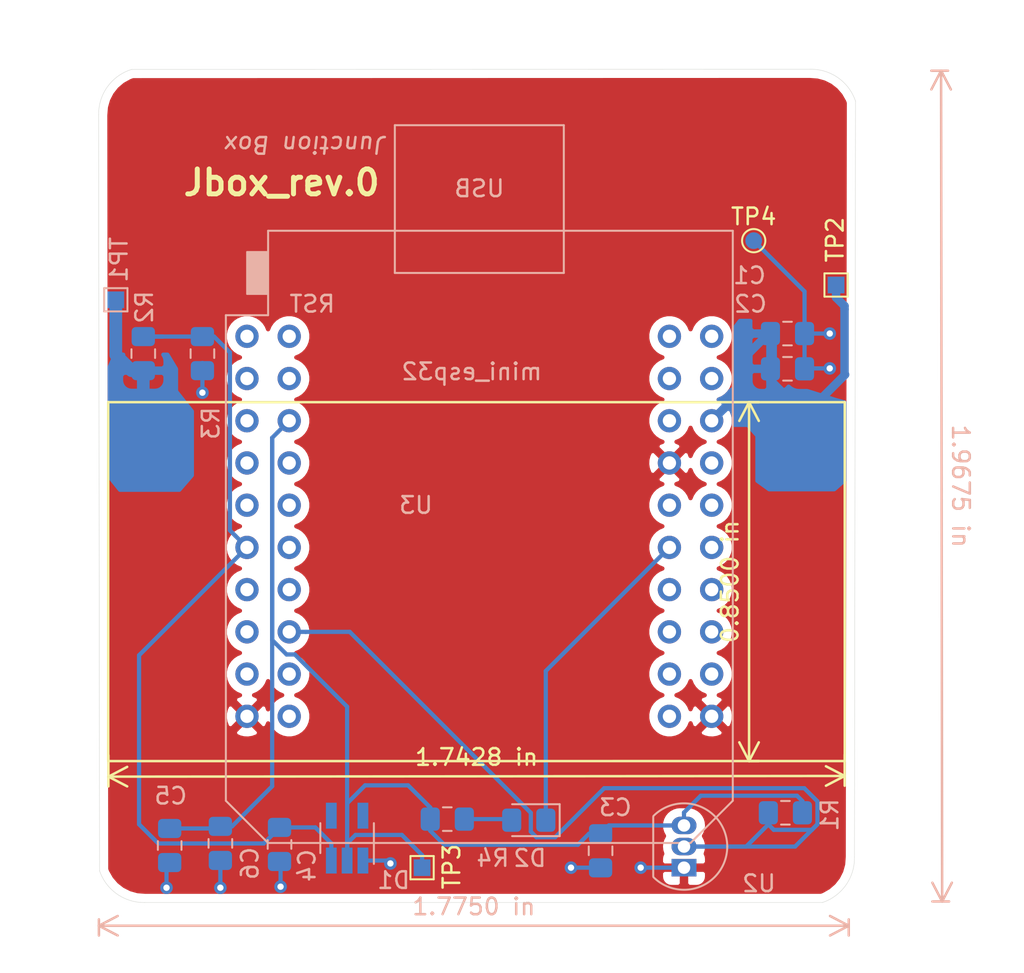
<source format=kicad_pcb>
(kicad_pcb (version 20171130) (host pcbnew 5.1.5+dfsg1-2build2)

  (general
    (thickness 1.6)
    (drawings 18)
    (tracks 128)
    (zones 0)
    (modules 18)
    (nets 41)
  )

  (page A4)
  (title_block
    (title jbox)
    (date 2021-05-17)
    (rev 0)
    (company EE/UFMG)
    (comment 1 SmartBattery)
    (comment 4 "Laboratório Tesla Engenharia de Potência")
  )

  (layers
    (0 F.Cu signal)
    (31 B.Cu signal)
    (32 B.Adhes user)
    (33 F.Adhes user)
    (34 B.Paste user)
    (35 F.Paste user)
    (36 B.SilkS user)
    (37 F.SilkS user)
    (38 B.Mask user)
    (39 F.Mask user)
    (40 Dwgs.User user)
    (41 Cmts.User user)
    (42 Eco1.User user)
    (43 Eco2.User user)
    (44 Edge.Cuts user)
    (45 Margin user)
    (46 B.CrtYd user)
    (47 F.CrtYd user)
    (48 B.Fab user)
    (49 F.Fab user)
  )

  (setup
    (last_trace_width 0.254)
    (trace_clearance 0.199)
    (zone_clearance 0.508)
    (zone_45_only no)
    (trace_min 0.1524)
    (via_size 0.762)
    (via_drill 0.381)
    (via_min_size 0.6858)
    (via_min_drill 0.3302)
    (uvia_size 0.762)
    (uvia_drill 0.381)
    (uvias_allowed no)
    (uvia_min_size 0.6858)
    (uvia_min_drill 0.3302)
    (edge_width 0.254)
    (segment_width 0.2)
    (pcb_text_width 0.3)
    (pcb_text_size 1.5 1.5)
    (mod_edge_width 0.15)
    (mod_text_size 1 1)
    (mod_text_width 0.15)
    (pad_size 1.15 1.4)
    (pad_drill 0)
    (pad_to_mask_clearance 0.0508)
    (solder_mask_min_width 0.101)
    (aux_axis_origin 0 0)
    (grid_origin 233.68 134.62)
    (visible_elements FFFFFFFF)
    (pcbplotparams
      (layerselection 0x010fc_ffffffff)
      (usegerberextensions true)
      (usegerberattributes false)
      (usegerberadvancedattributes false)
      (creategerberjobfile false)
      (excludeedgelayer true)
      (linewidth 0.500000)
      (plotframeref false)
      (viasonmask false)
      (mode 1)
      (useauxorigin false)
      (hpglpennumber 1)
      (hpglpenspeed 20)
      (hpglpendiameter 15.000000)
      (psnegative false)
      (psa4output false)
      (plotreference true)
      (plotvalue false)
      (plotinvisibletext false)
      (padsonsilk false)
      (subtractmaskfromsilk true)
      (outputformat 1)
      (mirror false)
      (drillshape 0)
      (scaleselection 1)
      (outputdirectory "gerber_files/"))
  )

  (net 0 "")
  (net 1 VDD33)
  (net 2 GND)
  (net 3 DQA0)
  (net 4 "Net-(U3-Pad2)")
  (net 5 "Net-(U3-Pad3)")
  (net 6 "Net-(U3-Pad4)")
  (net 7 "Net-(U3-Pad5)")
  (net 8 "Net-(U3-Pad7)")
  (net 9 "Net-(U3-Pad8)")
  (net 10 "Net-(U3-Pad10)")
  (net 11 "Net-(U3-Pad11)")
  (net 12 "Net-(U3-Pad12)")
  (net 13 "Net-(U3-Pad13)")
  (net 14 "Net-(U3-Pad14)")
  (net 15 "Net-(U3-Pad15)")
  (net 16 "Net-(U3-Pad17)")
  (net 17 "Net-(U3-Pad18)")
  (net 18 "Net-(U3-Pad19)")
  (net 19 "Net-(U3-Pad20)")
  (net 20 "Net-(U3-Pad21)")
  (net 21 "Net-(U3-Pad23)")
  (net 22 "Net-(U3-Pad24)")
  (net 23 "Net-(U3-Pad25)")
  (net 24 "Net-(U3-Pad26)")
  (net 25 "Net-(U3-Pad27)")
  (net 26 "Net-(U3-Pad28)")
  (net 27 "Net-(U3-Pad30)")
  (net 28 "Net-(U3-Pad31)")
  (net 29 "Net-(U3-Pad32)")
  (net 30 "Net-(U3-Pad34)")
  (net 31 "Net-(U3-Pad35)")
  (net 32 "Net-(U3-Pad37)")
  (net 33 "Net-(U3-Pad38)")
  (net 34 "Net-(U3-Pad39)")
  (net 35 "Net-(U3-Pad40)")
  (net 36 VDD5)
  (net 37 VDD41)
  (net 38 DQA1)
  (net 39 /R_LED)
  (net 40 LED_D3)

  (net_class Default "This is the default net class."
    (clearance 0.199)
    (trace_width 0.254)
    (via_dia 0.762)
    (via_drill 0.381)
    (uvia_dia 0.762)
    (uvia_drill 0.381)
    (add_net /R_LED)
    (add_net DQA0)
    (add_net DQA1)
    (add_net GND)
    (add_net LED_D3)
    (add_net "Net-(U3-Pad10)")
    (add_net "Net-(U3-Pad11)")
    (add_net "Net-(U3-Pad12)")
    (add_net "Net-(U3-Pad13)")
    (add_net "Net-(U3-Pad14)")
    (add_net "Net-(U3-Pad15)")
    (add_net "Net-(U3-Pad17)")
    (add_net "Net-(U3-Pad18)")
    (add_net "Net-(U3-Pad19)")
    (add_net "Net-(U3-Pad2)")
    (add_net "Net-(U3-Pad20)")
    (add_net "Net-(U3-Pad21)")
    (add_net "Net-(U3-Pad23)")
    (add_net "Net-(U3-Pad24)")
    (add_net "Net-(U3-Pad25)")
    (add_net "Net-(U3-Pad26)")
    (add_net "Net-(U3-Pad27)")
    (add_net "Net-(U3-Pad28)")
    (add_net "Net-(U3-Pad3)")
    (add_net "Net-(U3-Pad30)")
    (add_net "Net-(U3-Pad31)")
    (add_net "Net-(U3-Pad32)")
    (add_net "Net-(U3-Pad34)")
    (add_net "Net-(U3-Pad35)")
    (add_net "Net-(U3-Pad37)")
    (add_net "Net-(U3-Pad38)")
    (add_net "Net-(U3-Pad39)")
    (add_net "Net-(U3-Pad4)")
    (add_net "Net-(U3-Pad40)")
    (add_net "Net-(U3-Pad5)")
    (add_net "Net-(U3-Pad7)")
    (add_net "Net-(U3-Pad8)")
    (add_net VDD33)
    (add_net VDD41)
    (add_net VDD5)
  )

  (net_class GND ""
    (clearance 0.199)
    (trace_width 0.254)
    (via_dia 0.762)
    (via_drill 0.381)
    (uvia_dia 0.762)
    (uvia_drill 0.381)
  )

  (module LED_SMD:LED_0805_2012Metric_Pad1.15x1.40mm_HandSolder (layer B.Cu) (tedit 5B4B45C9) (tstamp 60A31956)
    (at 235.712 151.892 180)
    (descr "LED SMD 0805 (2012 Metric), square (rectangular) end terminal, IPC_7351 nominal, (Body size source: https://docs.google.com/spreadsheets/d/1BsfQQcO9C6DZCsRaXUlFlo91Tg2WpOkGARC1WS5S8t0/edit?usp=sharing), generated with kicad-footprint-generator")
    (tags "LED handsolder")
    (path /60A31130)
    (attr smd)
    (fp_text reference D2 (at -0.0635 -2.286) (layer B.SilkS)
      (effects (font (size 1 1) (thickness 0.15)) (justify mirror))
    )
    (fp_text value LED (at -0.5715 -3.4925) (layer B.Fab)
      (effects (font (size 1 1) (thickness 0.15)) (justify mirror))
    )
    (fp_text user %R (at 0 0) (layer B.Fab)
      (effects (font (size 0.5 0.5) (thickness 0.08)) (justify mirror))
    )
    (fp_line (start 1.85 -0.95) (end -1.85 -0.95) (layer B.CrtYd) (width 0.05))
    (fp_line (start 1.85 0.95) (end 1.85 -0.95) (layer B.CrtYd) (width 0.05))
    (fp_line (start -1.85 0.95) (end 1.85 0.95) (layer B.CrtYd) (width 0.05))
    (fp_line (start -1.85 -0.95) (end -1.85 0.95) (layer B.CrtYd) (width 0.05))
    (fp_line (start -1.86 -0.96) (end 1 -0.96) (layer B.SilkS) (width 0.12))
    (fp_line (start -1.86 0.96) (end -1.86 -0.96) (layer B.SilkS) (width 0.12))
    (fp_line (start 1 0.96) (end -1.86 0.96) (layer B.SilkS) (width 0.12))
    (fp_line (start 1 -0.6) (end 1 0.6) (layer B.Fab) (width 0.1))
    (fp_line (start -1 -0.6) (end 1 -0.6) (layer B.Fab) (width 0.1))
    (fp_line (start -1 0.3) (end -1 -0.6) (layer B.Fab) (width 0.1))
    (fp_line (start -0.7 0.6) (end -1 0.3) (layer B.Fab) (width 0.1))
    (fp_line (start 1 0.6) (end -0.7 0.6) (layer B.Fab) (width 0.1))
    (pad 2 smd roundrect (at 1.025 0 180) (size 1.15 1.4) (layers B.Cu B.Paste B.Mask) (roundrect_rratio 0.217391)
      (net 39 /R_LED))
    (pad 1 smd roundrect (at -1.025 0 180) (size 1.15 1.4) (layers B.Cu B.Paste B.Mask) (roundrect_rratio 0.217391)
      (net 40 LED_D3))
    (model ${KISYS3DMOD}/LED_SMD.3dshapes/LED_0805_2012Metric.wrl
      (at (xyz 0 0 0))
      (scale (xyz 1 1 1))
      (rotate (xyz 0 0 0))
    )
  )

  (module Resistor_SMD:R_0805_2012Metric_Pad1.15x1.40mm_HandSolder (layer B.Cu) (tedit 5B36C52B) (tstamp 60D53942)
    (at 230.8135 151.8285)
    (descr "Resistor SMD 0805 (2012 Metric), square (rectangular) end terminal, IPC_7351 nominal with elongated pad for handsoldering. (Body size source: https://docs.google.com/spreadsheets/d/1BsfQQcO9C6DZCsRaXUlFlo91Tg2WpOkGARC1WS5S8t0/edit?usp=sharing), generated with kicad-footprint-generator")
    (tags "resistor handsolder")
    (path /60A3876F)
    (attr smd)
    (fp_text reference R4 (at 2.7395 2.3495) (layer B.SilkS)
      (effects (font (size 1 1) (thickness 0.15)) (justify mirror))
    )
    (fp_text value 1k (at 0.898 2.413) (layer B.Fab)
      (effects (font (size 1 1) (thickness 0.15)) (justify mirror))
    )
    (fp_text user %R (at 0 0) (layer B.Fab)
      (effects (font (size 0.5 0.5) (thickness 0.08)) (justify mirror))
    )
    (fp_line (start 1.85 -0.95) (end -1.85 -0.95) (layer B.CrtYd) (width 0.05))
    (fp_line (start 1.85 0.95) (end 1.85 -0.95) (layer B.CrtYd) (width 0.05))
    (fp_line (start -1.85 0.95) (end 1.85 0.95) (layer B.CrtYd) (width 0.05))
    (fp_line (start -1.85 -0.95) (end -1.85 0.95) (layer B.CrtYd) (width 0.05))
    (fp_line (start -0.261252 -0.71) (end 0.261252 -0.71) (layer B.SilkS) (width 0.12))
    (fp_line (start -0.261252 0.71) (end 0.261252 0.71) (layer B.SilkS) (width 0.12))
    (fp_line (start 1 -0.6) (end -1 -0.6) (layer B.Fab) (width 0.1))
    (fp_line (start 1 0.6) (end 1 -0.6) (layer B.Fab) (width 0.1))
    (fp_line (start -1 0.6) (end 1 0.6) (layer B.Fab) (width 0.1))
    (fp_line (start -1 -0.6) (end -1 0.6) (layer B.Fab) (width 0.1))
    (pad 2 smd roundrect (at 1.025 0) (size 1.15 1.4) (layers B.Cu B.Paste B.Mask) (roundrect_rratio 0.217391)
      (net 39 /R_LED))
    (pad 1 smd roundrect (at -1.025 0) (size 1.15 1.4) (layers B.Cu B.Paste B.Mask) (roundrect_rratio 0.217391)
      (net 1 VDD33))
    (model ${KISYS3DMOD}/Resistor_SMD.3dshapes/R_0805_2012Metric.wrl
      (at (xyz 0 0 0))
      (scale (xyz 1 1 1))
      (rotate (xyz 0 0 0))
    )
  )

  (module ESP32_mini:ESP32_mini (layer B.Cu) (tedit 5F536902) (tstamp 6085E4B4)
    (at 232.7402 134.2136)
    (path /607E1AED)
    (fp_text reference U3 (at -3.81 -1.27) (layer B.SilkS)
      (effects (font (size 1 1) (thickness 0.15)) (justify mirror))
    )
    (fp_text value mini_esp32 (at -0.4572 -9.3091) (layer B.SilkS)
      (effects (font (size 1 1) (thickness 0.15)) (justify mirror))
    )
    (fp_line (start -12.7 -12.7) (end -12.7 -17.78) (layer B.SilkS) (width 0.12))
    (fp_line (start 12.7 19.05) (end -11.43 19.05) (layer B.SilkS) (width 0.12))
    (fp_line (start 12.7 19.05) (end 15.24 16.51) (layer B.SilkS) (width 0.12))
    (fp_line (start -12.7 19.05) (end -15.24 16.51) (layer B.SilkS) (width 0.12))
    (fp_line (start -12.7 19.05) (end -11.43 19.05) (layer B.SilkS) (width 0.12))
    (fp_line (start 15.24 16.51) (end 15.24 -17.78) (layer B.SilkS) (width 0.12))
    (fp_line (start -15.24 16.51) (end -15.24 -12.7) (layer B.SilkS) (width 0.12))
    (fp_line (start -15.24 -12.7) (end -12.7 -12.7) (layer B.SilkS) (width 0.12))
    (fp_poly (pts (xy -13.97 -16.51) (xy -13.97 -13.97) (xy -12.7 -13.97) (xy -12.7 -16.51)) (layer B.SilkS) (width 0.1))
    (fp_text user RST (at -10.0457 -13.3731) (layer B.SilkS)
      (effects (font (size 1 1) (thickness 0.15)) (justify mirror))
    )
    (fp_line (start -15.24 12.7) (end 15.24 12.7) (layer Dwgs.User) (width 0.12))
    (fp_line (start 15.24 12.7) (end 15.24 19.05) (layer Dwgs.User) (width 0.12))
    (fp_line (start 15.24 19.05) (end -15.24 19.05) (layer Dwgs.User) (width 0.12))
    (fp_line (start -15.24 19.05) (end -15.24 12.7) (layer Dwgs.User) (width 0.12))
    (fp_line (start -10.16 19.05) (end -15.24 13.97) (layer Dwgs.User) (width 0.12))
    (fp_line (start -6.35 19.05) (end -12.7 12.7) (layer Dwgs.User) (width 0.12))
    (fp_line (start -2.54 19.05) (end -8.89 12.7) (layer Dwgs.User) (width 0.12))
    (fp_line (start 1.27 19.05) (end -5.08 12.7) (layer Dwgs.User) (width 0.12))
    (fp_line (start 5.08 19.05) (end -1.27 12.7) (layer Dwgs.User) (width 0.12))
    (fp_line (start 8.89 19.05) (end 2.54 12.7) (layer Dwgs.User) (width 0.12))
    (fp_line (start 12.7 19.05) (end 6.35 12.7) (layer Dwgs.User) (width 0.12))
    (fp_line (start 15.24 16.51) (end 11.43 12.7) (layer Dwgs.User) (width 0.12))
    (fp_text user "NO COPPER - KEEP OUT" (at 0 15.24) (layer Dwgs.User)
      (effects (font (size 1 1) (thickness 0.15)))
    )
    (fp_text user USB (at 0 -20.32) (layer B.SilkS)
      (effects (font (size 1 1) (thickness 0.15)) (justify mirror))
    )
    (fp_line (start -12.7 -17.78) (end 15.24 -17.78) (layer B.SilkS) (width 0.12))
    (fp_line (start -5.08 -17.78) (end -5.08 -24.13) (layer B.SilkS) (width 0.12))
    (fp_line (start -5.08 -24.13) (end 5.08 -24.13) (layer B.SilkS) (width 0.12))
    (fp_line (start 5.08 -24.13) (end 5.08 -17.78) (layer B.SilkS) (width 0.12))
    (fp_line (start -5.08 -17.78) (end -5.08 -15.24) (layer B.SilkS) (width 0.12))
    (fp_line (start -5.08 -15.24) (end 5.08 -15.24) (layer B.SilkS) (width 0.12))
    (fp_line (start 5.08 -15.24) (end 5.08 -17.78) (layer B.SilkS) (width 0.12))
    (fp_line (start 13.97 -16.51) (end 11.43 -16.51) (layer Dwgs.User) (width 0.12))
    (fp_line (start 11.43 -16.51) (end 11.43 -15.24) (layer Dwgs.User) (width 0.12))
    (fp_line (start 11.43 -15.24) (end 13.97 -15.24) (layer Dwgs.User) (width 0.12))
    (fp_line (start 13.97 -15.24) (end 13.97 -16.51) (layer Dwgs.User) (width 0.12))
    (fp_line (start 11.43 -12.7) (end 11.43 -13.97) (layer Dwgs.User) (width 0.12))
    (fp_line (start 11.43 -13.97) (end 13.97 -13.97) (layer Dwgs.User) (width 0.12))
    (fp_line (start 13.97 -13.97) (end 13.97 -12.7) (layer Dwgs.User) (width 0.12))
    (fp_line (start 13.97 -12.7) (end 11.43 -12.7) (layer Dwgs.User) (width 0.12))
    (fp_text user PWR (at 12.573 -15.875) (layer Dwgs.User)
      (effects (font (size 0.5 0.5) (thickness 0.125)))
    )
    (fp_text user IO_02 (at 12.7 -13.335) (layer Dwgs.User)
      (effects (font (size 0.5 0.5) (thickness 0.125)))
    )
    (pad 2 thru_hole circle (at -11.43 11.43 90) (size 1.4 1.4) (drill 0.8) (layers *.Cu *.Mask)
      (net 4 "Net-(U3-Pad2)"))
    (pad 1 thru_hole circle (at -13.97 11.43 90) (size 1.4 1.4) (drill 0.8) (layers *.Cu *.Mask)
      (net 2 GND))
    (pad 3 thru_hole circle (at -13.97 8.89 90) (size 1.4 1.4) (drill 0.8) (layers *.Cu *.Mask)
      (net 5 "Net-(U3-Pad3)"))
    (pad 4 thru_hole circle (at -11.43 8.89 90) (size 1.4 1.4) (drill 0.8) (layers *.Cu *.Mask)
      (net 6 "Net-(U3-Pad4)"))
    (pad 5 thru_hole circle (at -13.97 6.35 90) (size 1.4 1.4) (drill 0.8) (layers *.Cu *.Mask)
      (net 7 "Net-(U3-Pad5)"))
    (pad 6 thru_hole circle (at -11.43 6.35 90) (size 1.4 1.4) (drill 0.8) (layers *.Cu *.Mask)
      (net 3 DQA0))
    (pad 7 thru_hole circle (at -13.97 3.81 90) (size 1.4 1.4) (drill 0.8) (layers *.Cu *.Mask)
      (net 8 "Net-(U3-Pad7)"))
    (pad 8 thru_hole circle (at -11.43 3.81 90) (size 1.4 1.4) (drill 0.8) (layers *.Cu *.Mask)
      (net 9 "Net-(U3-Pad8)"))
    (pad 9 thru_hole circle (at -13.97 1.27 90) (size 1.4 1.4) (drill 0.8) (layers *.Cu *.Mask)
      (net 38 DQA1))
    (pad 10 thru_hole circle (at -11.43 1.27 90) (size 1.4 1.4) (drill 0.8) (layers *.Cu *.Mask)
      (net 10 "Net-(U3-Pad10)"))
    (pad 11 thru_hole circle (at -13.97 -1.27 90) (size 1.4 1.4) (drill 0.8) (layers *.Cu *.Mask)
      (net 11 "Net-(U3-Pad11)"))
    (pad 12 thru_hole circle (at -11.43 -1.27 90) (size 1.4 1.4) (drill 0.8) (layers *.Cu *.Mask)
      (net 12 "Net-(U3-Pad12)"))
    (pad 13 thru_hole circle (at -13.97 -3.81 90) (size 1.4 1.4) (drill 0.8) (layers *.Cu *.Mask)
      (net 13 "Net-(U3-Pad13)"))
    (pad 14 thru_hole circle (at -11.43 -3.81 90) (size 1.4 1.4) (drill 0.8) (layers *.Cu *.Mask)
      (net 14 "Net-(U3-Pad14)"))
    (pad 15 thru_hole circle (at -13.97 -6.35 90) (size 1.4 1.4) (drill 0.8) (layers *.Cu *.Mask)
      (net 15 "Net-(U3-Pad15)"))
    (pad 16 thru_hole circle (at -11.43 -6.35 90) (size 1.4 1.4) (drill 0.8) (layers *.Cu *.Mask)
      (net 1 VDD33))
    (pad 17 thru_hole circle (at -13.97 -8.89 90) (size 1.4 1.4) (drill 0.8) (layers *.Cu *.Mask)
      (net 16 "Net-(U3-Pad17)"))
    (pad 18 thru_hole circle (at -11.43 -8.89 90) (size 1.4 1.4) (drill 0.8) (layers *.Cu *.Mask)
      (net 17 "Net-(U3-Pad18)"))
    (pad 19 thru_hole circle (at -13.97 -11.43 90) (size 1.4 1.4) (drill 0.8) (layers *.Cu *.Mask)
      (net 18 "Net-(U3-Pad19)"))
    (pad 20 thru_hole circle (at -11.43 -11.43 90) (size 1.4 1.4) (drill 0.8) (layers *.Cu *.Mask)
      (net 19 "Net-(U3-Pad20)"))
    (pad 21 thru_hole circle (at 11.43 11.43 90) (size 1.4 1.4) (drill 0.8) (layers *.Cu *.Mask)
      (net 20 "Net-(U3-Pad21)"))
    (pad 22 thru_hole circle (at 13.97 11.43 90) (size 1.4 1.4) (drill 0.8) (layers *.Cu *.Mask)
      (net 2 GND))
    (pad 23 thru_hole circle (at 11.43 8.89 90) (size 1.4 1.4) (drill 0.8) (layers *.Cu *.Mask)
      (net 21 "Net-(U3-Pad23)"))
    (pad 24 thru_hole circle (at 13.97 8.89 90) (size 1.4 1.4) (drill 0.8) (layers *.Cu *.Mask)
      (net 22 "Net-(U3-Pad24)"))
    (pad 25 thru_hole circle (at 11.43 6.35 90) (size 1.4 1.4) (drill 0.8) (layers *.Cu *.Mask)
      (net 23 "Net-(U3-Pad25)"))
    (pad 26 thru_hole circle (at 13.97 6.35 90) (size 1.4 1.4) (drill 0.8) (layers *.Cu *.Mask)
      (net 24 "Net-(U3-Pad26)"))
    (pad 27 thru_hole circle (at 11.43 3.81 90) (size 1.4 1.4) (drill 0.8) (layers *.Cu *.Mask)
      (net 25 "Net-(U3-Pad27)"))
    (pad 28 thru_hole circle (at 13.97 3.81 90) (size 1.4 1.4) (drill 0.8) (layers *.Cu *.Mask)
      (net 26 "Net-(U3-Pad28)"))
    (pad 29 thru_hole circle (at 11.43 1.27 90) (size 1.4 1.4) (drill 0.8) (layers *.Cu *.Mask)
      (net 40 LED_D3))
    (pad 30 thru_hole circle (at 13.97 1.27 90) (size 1.4 1.4) (drill 0.8) (layers *.Cu *.Mask)
      (net 27 "Net-(U3-Pad30)"))
    (pad 31 thru_hole circle (at 11.43 -1.27 90) (size 1.4 1.4) (drill 0.8) (layers *.Cu *.Mask)
      (net 28 "Net-(U3-Pad31)"))
    (pad 32 thru_hole circle (at 13.97 -1.27 90) (size 1.4 1.4) (drill 0.8) (layers *.Cu *.Mask)
      (net 29 "Net-(U3-Pad32)"))
    (pad 33 thru_hole circle (at 11.43 -3.81 90) (size 1.4 1.4) (drill 0.8) (layers *.Cu *.Mask)
      (net 2 GND))
    (pad 34 thru_hole circle (at 13.97 -3.81 90) (size 1.4 1.4) (drill 0.8) (layers *.Cu *.Mask)
      (net 30 "Net-(U3-Pad34)"))
    (pad 35 thru_hole circle (at 11.43 -6.35 90) (size 1.4 1.4) (drill 0.8) (layers *.Cu *.Mask)
      (net 31 "Net-(U3-Pad35)"))
    (pad 36 thru_hole circle (at 13.97 -6.35 90) (size 1.4 1.4) (drill 0.8) (layers *.Cu *.Mask)
      (net 36 VDD5))
    (pad 37 thru_hole circle (at 11.43 -8.89 90) (size 1.4 1.4) (drill 0.8) (layers *.Cu *.Mask)
      (net 32 "Net-(U3-Pad37)"))
    (pad 38 thru_hole circle (at 13.97 -8.89 90) (size 1.4 1.4) (drill 0.8) (layers *.Cu *.Mask)
      (net 33 "Net-(U3-Pad38)"))
    (pad 39 thru_hole circle (at 11.43 -11.43 90) (size 1.4 1.4) (drill 0.8) (layers *.Cu *.Mask)
      (net 34 "Net-(U3-Pad39)"))
    (pad 40 thru_hole circle (at 13.97 -11.43 90) (size 1.4 1.4) (drill 0.8) (layers *.Cu *.Mask)
      (net 35 "Net-(U3-Pad40)"))
  )

  (module Resistor_SMD:R_0805_2012Metric_Pad1.15x1.40mm_HandSolder (layer B.Cu) (tedit 5B36C52B) (tstamp 60996B02)
    (at 216.0905 123.825 270)
    (descr "Resistor SMD 0805 (2012 Metric), square (rectangular) end terminal, IPC_7351 nominal with elongated pad for handsoldering. (Body size source: https://docs.google.com/spreadsheets/d/1BsfQQcO9C6DZCsRaXUlFlo91Tg2WpOkGARC1WS5S8t0/edit?usp=sharing), generated with kicad-footprint-generator")
    (tags "resistor handsolder")
    (path /60948C85)
    (attr smd)
    (fp_text reference R3 (at 4.191 -0.508 90) (layer B.SilkS)
      (effects (font (size 1 1) (thickness 0.15)) (justify mirror))
    )
    (fp_text value 2k2 (at 0.0635 -7.493 90) (layer B.Fab)
      (effects (font (size 1 1) (thickness 0.15)) (justify mirror))
    )
    (fp_text user %R (at 0.0254 0 270) (layer B.Fab)
      (effects (font (size 0.5 0.5) (thickness 0.08)) (justify mirror))
    )
    (fp_line (start 1.85 -0.95) (end -1.85 -0.95) (layer B.CrtYd) (width 0.05))
    (fp_line (start 1.85 0.95) (end 1.85 -0.95) (layer B.CrtYd) (width 0.05))
    (fp_line (start -1.85 0.95) (end 1.85 0.95) (layer B.CrtYd) (width 0.05))
    (fp_line (start -1.85 -0.95) (end -1.85 0.95) (layer B.CrtYd) (width 0.05))
    (fp_line (start -0.261252 -0.71) (end 0.261252 -0.71) (layer B.SilkS) (width 0.12))
    (fp_line (start -0.261252 0.71) (end 0.261252 0.71) (layer B.SilkS) (width 0.12))
    (fp_line (start 1 -0.6) (end -1 -0.6) (layer B.Fab) (width 0.1))
    (fp_line (start 1 0.6) (end 1 -0.6) (layer B.Fab) (width 0.1))
    (fp_line (start -1 0.6) (end 1 0.6) (layer B.Fab) (width 0.1))
    (fp_line (start -1 -0.6) (end -1 0.6) (layer B.Fab) (width 0.1))
    (pad 2 smd roundrect (at 1.025 0 270) (size 1.15 1.4) (layers B.Cu B.Paste B.Mask) (roundrect_rratio 0.217391)
      (net 2 GND))
    (pad 1 smd roundrect (at -1.025 0 270) (size 1.15 1.4) (layers B.Cu B.Paste B.Mask) (roundrect_rratio 0.217391)
      (net 38 DQA1))
    (model ${KISYS3DMOD}/Resistor_SMD.3dshapes/R_0805_2012Metric.wrl
      (at (xyz 0 0 0))
      (scale (xyz 1 1 1))
      (rotate (xyz 0 0 0))
    )
  )

  (module TestPoint:TestPoint_Pad_1.0x1.0mm (layer F.Cu) (tedit 609D6D01) (tstamp 609CABAA)
    (at 229.2985 154.7495)
    (descr "SMD rectangular pad as test Point, square 1.0mm side length")
    (tags "test point SMD pad rectangle square")
    (path /609D20AB)
    (attr virtual)
    (fp_text reference TP3 (at 1.778 -0.0635 90) (layer F.SilkS)
      (effects (font (size 1 1) (thickness 0.15)))
    )
    (fp_text value TP3 (at 1.778 -0.0635 90) (layer F.Fab)
      (effects (font (size 1 1) (thickness 0.15)))
    )
    (fp_line (start 1 1) (end -1 1) (layer F.CrtYd) (width 0.05))
    (fp_line (start 1 1) (end 1 -1) (layer F.CrtYd) (width 0.05))
    (fp_line (start -1 -1) (end -1 1) (layer F.CrtYd) (width 0.05))
    (fp_line (start -1 -1) (end 1 -1) (layer F.CrtYd) (width 0.05))
    (fp_line (start -0.7 0.7) (end -0.7 -0.7) (layer F.SilkS) (width 0.12))
    (fp_line (start 0.7 0.7) (end -0.7 0.7) (layer F.SilkS) (width 0.12))
    (fp_line (start 0.7 -0.7) (end 0.7 0.7) (layer F.SilkS) (width 0.12))
    (fp_line (start -0.7 -0.7) (end 0.7 -0.7) (layer F.SilkS) (width 0.12))
    (fp_text user %R (at 1.778 -0.0635 270) (layer F.Fab)
      (effects (font (size 1 1) (thickness 0.15)))
    )
    (pad 1 smd rect (at 0 0) (size 1 1) (layers B.Cu F.Mask)
      (net 1 VDD33))
  )

  (module TestPoint:TestPoint_Pad_1.0x1.0mm (layer F.Cu) (tedit 609D6E4D) (tstamp 609CAB9C)
    (at 254.1905 119.6975)
    (descr "SMD rectangular pad as test Point, square 1.0mm side length")
    (tags "test point SMD pad rectangle square")
    (path /609CC01C)
    (attr virtual)
    (fp_text reference TP2 (at -0.0635 -2.7305 90) (layer F.SilkS)
      (effects (font (size 1 1) (thickness 0.15)))
    )
    (fp_text value TPLM5 (at -0.381 -8.0645 90) (layer F.Fab)
      (effects (font (size 1 1) (thickness 0.15)))
    )
    (fp_line (start 1 1) (end -1 1) (layer F.CrtYd) (width 0.05))
    (fp_line (start 1 1) (end 1 -1) (layer F.CrtYd) (width 0.05))
    (fp_line (start -1 -1) (end -1 1) (layer F.CrtYd) (width 0.05))
    (fp_line (start -1 -1) (end 1 -1) (layer F.CrtYd) (width 0.05))
    (fp_line (start -0.7 0.7) (end -0.7 -0.7) (layer F.SilkS) (width 0.12))
    (fp_line (start 0.7 0.7) (end -0.7 0.7) (layer F.SilkS) (width 0.12))
    (fp_line (start 0.7 -0.7) (end 0.7 0.7) (layer F.SilkS) (width 0.12))
    (fp_line (start -0.7 -0.7) (end 0.7 -0.7) (layer F.SilkS) (width 0.12))
    (fp_text user %R (at -0.0635 -2.7305 90) (layer F.Fab)
      (effects (font (size 1 1) (thickness 0.15)))
    )
    (pad 1 smd rect (at 0 0) (size 1 1) (layers B.Cu F.Mask)
      (net 36 VDD5))
  )

  (module TestPoint:TestPoint_Pad_1.0x1.0mm (layer B.Cu) (tedit 5A0F774F) (tstamp 609CAB8E)
    (at 210.8835 120.5865)
    (descr "SMD rectangular pad as test Point, square 1.0mm side length")
    (tags "test point SMD pad rectangle square")
    (path /609CE58C)
    (attr virtual)
    (fp_text reference TP1 (at 0.1905 -2.413 -90) (layer B.SilkS)
      (effects (font (size 1 1) (thickness 0.15)) (justify mirror))
    )
    (fp_text value TPLM41 (at 1.905 -3.302 90) (layer B.Fab)
      (effects (font (size 1 1) (thickness 0.15)) (justify mirror))
    )
    (fp_line (start 1 -1) (end -1 -1) (layer B.CrtYd) (width 0.05))
    (fp_line (start 1 -1) (end 1 1) (layer B.CrtYd) (width 0.05))
    (fp_line (start -1 1) (end -1 -1) (layer B.CrtYd) (width 0.05))
    (fp_line (start -1 1) (end 1 1) (layer B.CrtYd) (width 0.05))
    (fp_line (start -0.7 -0.7) (end -0.7 0.7) (layer B.SilkS) (width 0.12))
    (fp_line (start 0.7 -0.7) (end -0.7 -0.7) (layer B.SilkS) (width 0.12))
    (fp_line (start 0.7 0.7) (end 0.7 -0.7) (layer B.SilkS) (width 0.12))
    (fp_line (start -0.7 0.7) (end 0.7 0.7) (layer B.SilkS) (width 0.12))
    (fp_text user %R (at 0.1905 -2.413 -90) (layer B.Fab)
      (effects (font (size 1 1) (thickness 0.15)) (justify mirror))
    )
    (pad 1 smd rect (at 0 0) (size 1 1) (layers B.Cu B.Mask)
      (net 37 VDD41))
  )

  (module Capacitor_SMD:C_0805_2012Metric_Pad1.15x1.40mm_HandSolder (layer B.Cu) (tedit 5B36C52B) (tstamp 609ABCBC)
    (at 220.726 153.3525 270)
    (descr "Capacitor SMD 0805 (2012 Metric), square (rectangular) end terminal, IPC_7351 nominal with elongated pad for handsoldering. (Body size source: https://docs.google.com/spreadsheets/d/1BsfQQcO9C6DZCsRaXUlFlo91Tg2WpOkGARC1WS5S8t0/edit?usp=sharing), generated with kicad-footprint-generator")
    (tags "capacitor handsolder")
    (path /609B3894)
    (attr smd)
    (fp_text reference C4 (at 1.27 -1.651 270) (layer B.SilkS)
      (effects (font (size 1 1) (thickness 0.15)) (justify mirror))
    )
    (fp_text value 10uF (at -3.683 -0.5715 270) (layer B.Fab)
      (effects (font (size 1 1) (thickness 0.15)) (justify mirror))
    )
    (fp_line (start -1 -0.6) (end -1 0.6) (layer B.Fab) (width 0.1))
    (fp_line (start -1 0.6) (end 1 0.6) (layer B.Fab) (width 0.1))
    (fp_line (start 1 0.6) (end 1 -0.6) (layer B.Fab) (width 0.1))
    (fp_line (start 1 -0.6) (end -1 -0.6) (layer B.Fab) (width 0.1))
    (fp_line (start -0.261252 0.71) (end 0.261252 0.71) (layer B.SilkS) (width 0.12))
    (fp_line (start -0.261252 -0.71) (end 0.261252 -0.71) (layer B.SilkS) (width 0.12))
    (fp_line (start -1.85 -0.95) (end -1.85 0.95) (layer B.CrtYd) (width 0.05))
    (fp_line (start -1.85 0.95) (end 1.85 0.95) (layer B.CrtYd) (width 0.05))
    (fp_line (start 1.85 0.95) (end 1.85 -0.95) (layer B.CrtYd) (width 0.05))
    (fp_line (start 1.85 -0.95) (end -1.85 -0.95) (layer B.CrtYd) (width 0.05))
    (pad 1 smd roundrect (at -1.025 0 270) (size 1.15 1.4) (layers B.Cu B.Paste B.Mask) (roundrect_rratio 0.217391)
      (net 38 DQA1))
    (pad 2 smd roundrect (at 1.025 0 270) (size 1.15 1.4) (layers B.Cu B.Paste B.Mask) (roundrect_rratio 0.217391)
      (net 2 GND))
    (model ${KISYS3DMOD}/Capacitor_SMD.3dshapes/C_0805_2012Metric.wrl
      (at (xyz 0 0 0))
      (scale (xyz 1 1 1))
      (rotate (xyz 0 0 0))
    )
  )

  (module Package_TO_SOT_THT:TO-92_Inline (layer B.Cu) (tedit 5A1DD157) (tstamp 60996B44)
    (at 245.0465 154.7495 90)
    (descr "TO-92 leads in-line, narrow, oval pads, drill 0.75mm (see NXP sot054_po.pdf)")
    (tags "to-92 sc-43 sc-43a sot54 PA33 transistor")
    (path /6092ADC9)
    (fp_text reference U2 (at -0.9525 4.5085) (layer B.SilkS)
      (effects (font (size 1 1) (thickness 0.15)) (justify mirror))
    )
    (fp_text value DS18B20 (at 0.381 6.096 180) (layer B.Fab)
      (effects (font (size 1 1) (thickness 0.15)) (justify mirror))
    )
    (fp_arc (start 1.27 0) (end 1.27 2.6) (angle -135) (layer B.SilkS) (width 0.12))
    (fp_arc (start 1.27 0) (end 1.27 2.48) (angle 135) (layer B.Fab) (width 0.1))
    (fp_arc (start 1.27 0) (end 1.27 2.6) (angle 135) (layer B.SilkS) (width 0.12))
    (fp_arc (start 1.27 0) (end 1.27 2.48) (angle -135) (layer B.Fab) (width 0.1))
    (fp_line (start 4 -2.01) (end -1.46 -2.01) (layer B.CrtYd) (width 0.05))
    (fp_line (start 4 -2.01) (end 4 2.73) (layer B.CrtYd) (width 0.05))
    (fp_line (start -1.46 2.73) (end -1.46 -2.01) (layer B.CrtYd) (width 0.05))
    (fp_line (start -1.46 2.73) (end 4 2.73) (layer B.CrtYd) (width 0.05))
    (fp_line (start -0.5 -1.75) (end 3 -1.75) (layer B.Fab) (width 0.1))
    (fp_line (start -0.53 -1.85) (end 3.07 -1.85) (layer B.SilkS) (width 0.12))
    (fp_text user %R (at -0.9525 4.5085) (layer B.Fab)
      (effects (font (size 1 1) (thickness 0.15)) (justify mirror))
    )
    (pad 1 thru_hole rect (at 0 0 90) (size 1.05 1.5) (drill 0.75) (layers *.Cu *.Mask)
      (net 2 GND))
    (pad 3 thru_hole oval (at 2.54 0 90) (size 1.05 1.5) (drill 0.75) (layers *.Cu *.Mask)
      (net 1 VDD33))
    (pad 2 thru_hole oval (at 1.27 0 90) (size 1.05 1.5) (drill 0.75) (layers *.Cu *.Mask)
      (net 3 DQA0))
    (model ${KISYS3DMOD}/Package_TO_SOT_THT.3dshapes/TO-92_Inline.wrl
      (at (xyz 0 0 0))
      (scale (xyz 1 1 1))
      (rotate (xyz 0 0 0))
    )
  )

  (module Resistor_SMD:R_0805_2012Metric_Pad1.15x1.40mm_HandSolder (layer B.Cu) (tedit 5B36C52B) (tstamp 60996AF1)
    (at 212.5345 123.825 90)
    (descr "Resistor SMD 0805 (2012 Metric), square (rectangular) end terminal, IPC_7351 nominal with elongated pad for handsoldering. (Body size source: https://docs.google.com/spreadsheets/d/1BsfQQcO9C6DZCsRaXUlFlo91Tg2WpOkGARC1WS5S8t0/edit?usp=sharing), generated with kicad-footprint-generator")
    (tags "resistor handsolder")
    (path /609485CD)
    (attr smd)
    (fp_text reference R2 (at 2.794 0.0635 270) (layer B.SilkS)
      (effects (font (size 1 1) (thickness 0.15)) (justify mirror))
    )
    (fp_text value 27k (at 2.4765 1.778 270) (layer B.Fab)
      (effects (font (size 1 1) (thickness 0.15)) (justify mirror))
    )
    (fp_text user %R (at -0.1143 0.1651 270) (layer B.Fab)
      (effects (font (size 0.5 0.5) (thickness 0.08)) (justify mirror))
    )
    (fp_line (start 1.85 -0.95) (end -1.85 -0.95) (layer B.CrtYd) (width 0.05))
    (fp_line (start 1.85 0.95) (end 1.85 -0.95) (layer B.CrtYd) (width 0.05))
    (fp_line (start -1.85 0.95) (end 1.85 0.95) (layer B.CrtYd) (width 0.05))
    (fp_line (start -1.85 -0.95) (end -1.85 0.95) (layer B.CrtYd) (width 0.05))
    (fp_line (start -0.261252 -0.71) (end 0.261252 -0.71) (layer B.SilkS) (width 0.12))
    (fp_line (start -0.261252 0.71) (end 0.261252 0.71) (layer B.SilkS) (width 0.12))
    (fp_line (start 1 -0.6) (end -1 -0.6) (layer B.Fab) (width 0.1))
    (fp_line (start 1 0.6) (end 1 -0.6) (layer B.Fab) (width 0.1))
    (fp_line (start -1 0.6) (end 1 0.6) (layer B.Fab) (width 0.1))
    (fp_line (start -1 -0.6) (end -1 0.6) (layer B.Fab) (width 0.1))
    (pad 2 smd roundrect (at 1.025 0 90) (size 1.15 1.4) (layers B.Cu B.Paste B.Mask) (roundrect_rratio 0.217391)
      (net 38 DQA1))
    (pad 1 smd roundrect (at -1.025 0 90) (size 1.15 1.4) (layers B.Cu B.Paste B.Mask) (roundrect_rratio 0.217391)
      (net 37 VDD41))
    (model ${KISYS3DMOD}/Resistor_SMD.3dshapes/R_0805_2012Metric.wrl
      (at (xyz 0 0 0))
      (scale (xyz 1 1 1))
      (rotate (xyz 0 0 0))
    )
  )

  (module Resistor_SMD:R_0805_2012Metric_Pad1.15x1.40mm_HandSolder (layer B.Cu) (tedit 5B36C52B) (tstamp 60996AE0)
    (at 251.1425 151.4475)
    (descr "Resistor SMD 0805 (2012 Metric), square (rectangular) end terminal, IPC_7351 nominal with elongated pad for handsoldering. (Body size source: https://docs.google.com/spreadsheets/d/1BsfQQcO9C6DZCsRaXUlFlo91Tg2WpOkGARC1WS5S8t0/edit?usp=sharing), generated with kicad-footprint-generator")
    (tags "resistor handsolder")
    (path /6094D912)
    (attr smd)
    (fp_text reference R1 (at 2.667 0.127 -90) (layer B.SilkS)
      (effects (font (size 1 1) (thickness 0.15)) (justify mirror))
    )
    (fp_text value 4.7k (at 2.2225 -2.9845 -270) (layer B.Fab)
      (effects (font (size 1 1) (thickness 0.15)) (justify mirror))
    )
    (fp_text user %R (at 0 0 180) (layer B.Fab)
      (effects (font (size 0.5 0.5) (thickness 0.08)) (justify mirror))
    )
    (fp_line (start 1.85 -0.95) (end -1.85 -0.95) (layer B.CrtYd) (width 0.05))
    (fp_line (start 1.85 0.95) (end 1.85 -0.95) (layer B.CrtYd) (width 0.05))
    (fp_line (start -1.85 0.95) (end 1.85 0.95) (layer B.CrtYd) (width 0.05))
    (fp_line (start -1.85 -0.95) (end -1.85 0.95) (layer B.CrtYd) (width 0.05))
    (fp_line (start -0.261252 -0.71) (end 0.261252 -0.71) (layer B.SilkS) (width 0.12))
    (fp_line (start -0.261252 0.71) (end 0.261252 0.71) (layer B.SilkS) (width 0.12))
    (fp_line (start 1 -0.6) (end -1 -0.6) (layer B.Fab) (width 0.1))
    (fp_line (start 1 0.6) (end 1 -0.6) (layer B.Fab) (width 0.1))
    (fp_line (start -1 0.6) (end 1 0.6) (layer B.Fab) (width 0.1))
    (fp_line (start -1 -0.6) (end -1 0.6) (layer B.Fab) (width 0.1))
    (pad 2 smd roundrect (at 1.025 0) (size 1.15 1.4) (layers B.Cu B.Paste B.Mask) (roundrect_rratio 0.217391)
      (net 1 VDD33))
    (pad 1 smd roundrect (at -1.025 0) (size 1.15 1.4) (layers B.Cu B.Paste B.Mask) (roundrect_rratio 0.217391)
      (net 3 DQA0))
    (model ${KISYS3DMOD}/Resistor_SMD.3dshapes/R_0805_2012Metric.wrl
      (at (xyz 0 0 0))
      (scale (xyz 1 1 1))
      (rotate (xyz 0 0 0))
    )
  )

  (module Capacitor_SMD:C_0805_2012Metric_Pad1.15x1.40mm_HandSolder (layer B.Cu) (tedit 5B36C52B) (tstamp 60996ACF)
    (at 217.17 153.289 270)
    (descr "Capacitor SMD 0805 (2012 Metric), square (rectangular) end terminal, IPC_7351 nominal with elongated pad for handsoldering. (Body size source: https://docs.google.com/spreadsheets/d/1BsfQQcO9C6DZCsRaXUlFlo91Tg2WpOkGARC1WS5S8t0/edit?usp=sharing), generated with kicad-footprint-generator")
    (tags "capacitor handsolder")
    (path /60942BB3)
    (attr smd)
    (fp_text reference C6 (at 1.2065 -1.778 90) (layer B.SilkS)
      (effects (font (size 1 1) (thickness 0.15)) (justify mirror))
    )
    (fp_text value 10uF (at 0.118 -3.556 270) (layer B.Fab)
      (effects (font (size 1 1) (thickness 0.15)) (justify mirror))
    )
    (fp_text user %R (at 0 0 90) (layer B.Fab)
      (effects (font (size 0.5 0.5) (thickness 0.08)) (justify mirror))
    )
    (fp_line (start 1.85 -0.95) (end -1.85 -0.95) (layer B.CrtYd) (width 0.05))
    (fp_line (start 1.85 0.95) (end 1.85 -0.95) (layer B.CrtYd) (width 0.05))
    (fp_line (start -1.85 0.95) (end 1.85 0.95) (layer B.CrtYd) (width 0.05))
    (fp_line (start -1.85 -0.95) (end -1.85 0.95) (layer B.CrtYd) (width 0.05))
    (fp_line (start -0.261252 -0.71) (end 0.261252 -0.71) (layer B.SilkS) (width 0.12))
    (fp_line (start -0.261252 0.71) (end 0.261252 0.71) (layer B.SilkS) (width 0.12))
    (fp_line (start 1 -0.6) (end -1 -0.6) (layer B.Fab) (width 0.1))
    (fp_line (start 1 0.6) (end 1 -0.6) (layer B.Fab) (width 0.1))
    (fp_line (start -1 0.6) (end 1 0.6) (layer B.Fab) (width 0.1))
    (fp_line (start -1 -0.6) (end -1 0.6) (layer B.Fab) (width 0.1))
    (pad 2 smd roundrect (at 1.025 0 270) (size 1.15 1.4) (layers B.Cu B.Paste B.Mask) (roundrect_rratio 0.217391)
      (net 2 GND))
    (pad 1 smd roundrect (at -1.025 0 270) (size 1.15 1.4) (layers B.Cu B.Paste B.Mask) (roundrect_rratio 0.217391)
      (net 1 VDD33))
    (model ${KISYS3DMOD}/Capacitor_SMD.3dshapes/C_0805_2012Metric.wrl
      (at (xyz 0 0 0))
      (scale (xyz 1 1 1))
      (rotate (xyz 0 0 0))
    )
  )

  (module Capacitor_SMD:C_0805_2012Metric_Pad1.15x1.40mm_HandSolder (layer B.Cu) (tedit 5B36C52B) (tstamp 60996A96)
    (at 251.2695 124.7394)
    (descr "Capacitor SMD 0805 (2012 Metric), square (rectangular) end terminal, IPC_7351 nominal with elongated pad for handsoldering. (Body size source: https://docs.google.com/spreadsheets/d/1BsfQQcO9C6DZCsRaXUlFlo91Tg2WpOkGARC1WS5S8t0/edit?usp=sharing), generated with kicad-footprint-generator")
    (tags "capacitor handsolder")
    (path /60956829)
    (attr smd)
    (fp_text reference C2 (at -2.2225 -3.8989 -180) (layer B.SilkS)
      (effects (font (size 1 1) (thickness 0.15)) (justify mirror))
    )
    (fp_text value 10uF (at 1.5875 -8.4709 -270) (layer B.Fab)
      (effects (font (size 1 1) (thickness 0.15)) (justify mirror))
    )
    (fp_text user %R (at 0 0) (layer B.Fab)
      (effects (font (size 0.5 0.5) (thickness 0.08)) (justify mirror))
    )
    (fp_line (start 1.85 -0.95) (end -1.85 -0.95) (layer B.CrtYd) (width 0.05))
    (fp_line (start 1.85 0.95) (end 1.85 -0.95) (layer B.CrtYd) (width 0.05))
    (fp_line (start -1.85 0.95) (end 1.85 0.95) (layer B.CrtYd) (width 0.05))
    (fp_line (start -1.85 -0.95) (end -1.85 0.95) (layer B.CrtYd) (width 0.05))
    (fp_line (start -0.261252 -0.71) (end 0.261252 -0.71) (layer B.SilkS) (width 0.12))
    (fp_line (start -0.261252 0.71) (end 0.261252 0.71) (layer B.SilkS) (width 0.12))
    (fp_line (start 1 -0.6) (end -1 -0.6) (layer B.Fab) (width 0.1))
    (fp_line (start 1 0.6) (end 1 -0.6) (layer B.Fab) (width 0.1))
    (fp_line (start -1 0.6) (end 1 0.6) (layer B.Fab) (width 0.1))
    (fp_line (start -1 -0.6) (end -1 0.6) (layer B.Fab) (width 0.1))
    (pad 2 smd roundrect (at 1.025 0) (size 1.15 1.4) (layers B.Cu B.Paste B.Mask) (roundrect_rratio 0.217391)
      (net 2 GND))
    (pad 1 smd roundrect (at -1.025 0) (size 1.15 1.4) (layers B.Cu B.Paste B.Mask) (roundrect_rratio 0.217391)
      (net 36 VDD5))
    (model ${KISYS3DMOD}/Capacitor_SMD.3dshapes/C_0805_2012Metric.wrl
      (at (xyz 0 0 0))
      (scale (xyz 1 1 1))
      (rotate (xyz 0 0 0))
    )
  )

  (module Capacitor_SMD:C_0805_2012Metric_Pad1.15x1.40mm_HandSolder (layer B.Cu) (tedit 609AD16D) (tstamp 60996A85)
    (at 251.2695 122.6185)
    (descr "Capacitor SMD 0805 (2012 Metric), square (rectangular) end terminal, IPC_7351 nominal with elongated pad for handsoldering. (Body size source: https://docs.google.com/spreadsheets/d/1BsfQQcO9C6DZCsRaXUlFlo91Tg2WpOkGARC1WS5S8t0/edit?usp=sharing), generated with kicad-footprint-generator")
    (tags "capacitor handsolder")
    (path /6095681C)
    (attr smd)
    (fp_text reference C1 (at -2.286 -3.4925 -180) (layer B.SilkS)
      (effects (font (size 1 1) (thickness 0.15)) (justify mirror))
    )
    (fp_text value 100nF (at -6.223 -6.985) (layer B.Fab)
      (effects (font (size 1 1) (thickness 0.15)) (justify mirror))
    )
    (fp_line (start -1 -0.6) (end -1 0.6) (layer B.Fab) (width 0.1))
    (fp_line (start -1 0.6) (end 1 0.6) (layer B.Fab) (width 0.1))
    (fp_line (start 1 0.6) (end 1 -0.6) (layer B.Fab) (width 0.1))
    (fp_line (start 1 -0.6) (end -1 -0.6) (layer B.Fab) (width 0.1))
    (fp_line (start -0.261252 0.71) (end 0.261252 0.71) (layer B.SilkS) (width 0.12))
    (fp_line (start -0.261252 -0.71) (end 0.261252 -0.71) (layer B.SilkS) (width 0.12))
    (fp_line (start -1.85 -0.95) (end -1.85 0.95) (layer B.CrtYd) (width 0.05))
    (fp_line (start -1.85 0.95) (end 1.85 0.95) (layer B.CrtYd) (width 0.05))
    (fp_line (start 1.85 0.95) (end 1.85 -0.95) (layer B.CrtYd) (width 0.05))
    (fp_line (start 1.85 -0.95) (end -1.85 -0.95) (layer B.CrtYd) (width 0.05))
    (fp_text user %R (at 0 0) (layer B.Fab)
      (effects (font (size 0.5 0.5) (thickness 0.08)) (justify mirror))
    )
    (pad 1 smd roundrect (at -1.025 0) (size 1.15 1.4) (layers B.Cu B.Paste B.Mask) (roundrect_rratio 0.217)
      (net 36 VDD5))
    (pad 2 smd roundrect (at 1.025 0) (size 1.15 1.4) (layers B.Cu B.Paste B.Mask) (roundrect_rratio 0.217391)
      (net 2 GND))
    (model ${KISYS3DMOD}/Capacitor_SMD.3dshapes/C_0805_2012Metric.wrl
      (at (xyz 0 0 0))
      (scale (xyz 1 1 1))
      (rotate (xyz 0 0 0))
    )
  )

  (module Capacitor_SMD:C_0805_2012Metric_Pad1.15x1.40mm_HandSolder (layer B.Cu) (tedit 5B36C52B) (tstamp 609ABCAB)
    (at 240.03 153.7335 270)
    (descr "Capacitor SMD 0805 (2012 Metric), square (rectangular) end terminal, IPC_7351 nominal with elongated pad for handsoldering. (Body size source: https://docs.google.com/spreadsheets/d/1BsfQQcO9C6DZCsRaXUlFlo91Tg2WpOkGARC1WS5S8t0/edit?usp=sharing), generated with kicad-footprint-generator")
    (tags "capacitor handsolder")
    (path /609F6D6A)
    (attr smd)
    (fp_text reference C3 (at -2.6035 -0.889) (layer B.SilkS)
      (effects (font (size 1 1) (thickness 0.15)) (justify mirror))
    )
    (fp_text value 100nF (at 1.778 7.6835 180) (layer B.Fab)
      (effects (font (size 1 1) (thickness 0.15)) (justify mirror))
    )
    (fp_text user %R (at 0 0 90) (layer B.Fab)
      (effects (font (size 0.5 0.5) (thickness 0.08)) (justify mirror))
    )
    (fp_line (start 1.85 -0.95) (end -1.85 -0.95) (layer B.CrtYd) (width 0.05))
    (fp_line (start 1.85 0.95) (end 1.85 -0.95) (layer B.CrtYd) (width 0.05))
    (fp_line (start -1.85 0.95) (end 1.85 0.95) (layer B.CrtYd) (width 0.05))
    (fp_line (start -1.85 -0.95) (end -1.85 0.95) (layer B.CrtYd) (width 0.05))
    (fp_line (start -0.261252 -0.71) (end 0.261252 -0.71) (layer B.SilkS) (width 0.12))
    (fp_line (start -0.261252 0.71) (end 0.261252 0.71) (layer B.SilkS) (width 0.12))
    (fp_line (start 1 -0.6) (end -1 -0.6) (layer B.Fab) (width 0.1))
    (fp_line (start 1 0.6) (end 1 -0.6) (layer B.Fab) (width 0.1))
    (fp_line (start -1 0.6) (end 1 0.6) (layer B.Fab) (width 0.1))
    (fp_line (start -1 -0.6) (end -1 0.6) (layer B.Fab) (width 0.1))
    (pad 2 smd roundrect (at 1.025 0 270) (size 1.15 1.4) (layers B.Cu B.Paste B.Mask) (roundrect_rratio 0.217391)
      (net 2 GND))
    (pad 1 smd roundrect (at -1.025 0 270) (size 1.15 1.4) (layers B.Cu B.Paste B.Mask) (roundrect_rratio 0.217391)
      (net 1 VDD33))
    (model ${KISYS3DMOD}/Capacitor_SMD.3dshapes/C_0805_2012Metric.wrl
      (at (xyz 0 0 0))
      (scale (xyz 1 1 1))
      (rotate (xyz 0 0 0))
    )
  )

  (module Capacitor_SMD:C_0805_2012Metric_Pad1.15x1.40mm_HandSolder (layer B.Cu) (tedit 60DC6D4F) (tstamp 609ABCCD)
    (at 214.122 153.416 270)
    (descr "Capacitor SMD 0805 (2012 Metric), square (rectangular) end terminal, IPC_7351 nominal with elongated pad for handsoldering. (Body size source: https://docs.google.com/spreadsheets/d/1BsfQQcO9C6DZCsRaXUlFlo91Tg2WpOkGARC1WS5S8t0/edit?usp=sharing), generated with kicad-footprint-generator")
    (tags "capacitor handsolder")
    (path /609AC2BE)
    (attr smd)
    (fp_text reference C5 (at -2.9845 -0.0635 180) (layer B.SilkS)
      (effects (font (size 1 1) (thickness 0.15)) (justify mirror))
    )
    (fp_text value 100nF (at -0.6985 2.667 270) (layer B.Fab)
      (effects (font (size 1 1) (thickness 0.15)) (justify mirror))
    )
    (fp_line (start -1 -0.6) (end -1 0.6) (layer B.Fab) (width 0.1))
    (fp_line (start -1 0.6) (end 1 0.6) (layer B.Fab) (width 0.1))
    (fp_line (start 1 0.6) (end 1 -0.6) (layer B.Fab) (width 0.1))
    (fp_line (start 1 -0.6) (end -1 -0.6) (layer B.Fab) (width 0.1))
    (fp_line (start -0.261252 0.71) (end 0.261252 0.71) (layer B.SilkS) (width 0.12))
    (fp_line (start -0.261252 -0.71) (end 0.261252 -0.71) (layer B.SilkS) (width 0.12))
    (fp_line (start -1.85 -0.95) (end -1.85 0.95) (layer B.CrtYd) (width 0.05))
    (fp_line (start -1.85 0.95) (end 1.85 0.95) (layer B.CrtYd) (width 0.05))
    (fp_line (start 1.85 0.95) (end 1.85 -0.95) (layer B.CrtYd) (width 0.05))
    (fp_line (start 1.85 -0.95) (end -1.85 -0.95) (layer B.CrtYd) (width 0.05))
    (fp_text user %R (at -0.3175 0 90) (layer B.Fab)
      (effects (font (size 0.5 0.5) (thickness 0.08)) (justify mirror))
    )
    (pad 1 smd roundrect (at -1.025 0 270) (size 1.15 1.4) (layers B.Cu B.Paste B.Mask) (roundrect_rratio 0.217)
      (net 1 VDD33))
    (pad 2 smd roundrect (at 1.025 0 270) (size 1.15 1.4) (layers B.Cu B.Paste B.Mask) (roundrect_rratio 0.217391)
      (net 2 GND))
    (model ${KISYS3DMOD}/Capacitor_SMD.3dshapes/C_0805_2012Metric.wrl
      (at (xyz 0 0 0))
      (scale (xyz 1 1 1))
      (rotate (xyz 0 0 0))
    )
  )

  (module TestPoint:TestPoint_Pad_D1.0mm (layer F.Cu) (tedit 609D6E5B) (tstamp 609D2D98)
    (at 249.2375 117.0305)
    (descr "SMD pad as test Point, diameter 1.0mm")
    (tags "test point SMD pad")
    (path /609C6B8A)
    (attr virtual)
    (fp_text reference TP4 (at 0 -1.448) (layer F.SilkS)
      (effects (font (size 1 1) (thickness 0.15)))
    )
    (fp_text value TestPointGNDESP (at -0.889 -8.255) (layer F.Fab)
      (effects (font (size 1 1) (thickness 0.15)))
    )
    (fp_text user %R (at 0 -1.45) (layer F.Fab)
      (effects (font (size 1 1) (thickness 0.15)))
    )
    (fp_circle (center 0 0) (end 1 0) (layer F.CrtYd) (width 0.05))
    (fp_circle (center 0 0) (end 0 0.7) (layer F.SilkS) (width 0.12))
    (pad 1 smd circle (at 0 0) (size 1 1) (layers B.Cu F.Mask)
      (net 2 GND))
  )

  (module Package_TO_SOT_SMD:SOT-23-5_HandSoldering (layer B.Cu) (tedit 5A0AB76C) (tstamp 60D28CAE)
    (at 224.79 152.9715 90)
    (descr "5-pin SOT23 package")
    (tags "SOT-23-5 hand-soldering")
    (path /609DA5E8)
    (attr smd)
    (fp_text reference D1 (at -2.54 2.794 180) (layer B.SilkS)
      (effects (font (size 1 1) (thickness 0.15)) (justify mirror))
    )
    (fp_text value BAT54SW (at -7.3025 0 180) (layer B.Fab)
      (effects (font (size 1 1) (thickness 0.15)) (justify mirror))
    )
    (fp_text user %R (at 0 0 180) (layer B.Fab)
      (effects (font (size 0.5 0.5) (thickness 0.075)) (justify mirror))
    )
    (fp_line (start -0.9 -1.61) (end 0.9 -1.61) (layer B.SilkS) (width 0.12))
    (fp_line (start 0.9 1.61) (end -1.55 1.61) (layer B.SilkS) (width 0.12))
    (fp_line (start -0.9 0.9) (end -0.25 1.55) (layer B.Fab) (width 0.1))
    (fp_line (start 0.9 1.55) (end -0.25 1.55) (layer B.Fab) (width 0.1))
    (fp_line (start -0.9 0.9) (end -0.9 -1.55) (layer B.Fab) (width 0.1))
    (fp_line (start 0.9 -1.55) (end -0.9 -1.55) (layer B.Fab) (width 0.1))
    (fp_line (start 0.9 1.55) (end 0.9 -1.55) (layer B.Fab) (width 0.1))
    (fp_line (start -2.38 1.8) (end 2.38 1.8) (layer B.CrtYd) (width 0.05))
    (fp_line (start -2.38 1.8) (end -2.38 -1.8) (layer B.CrtYd) (width 0.05))
    (fp_line (start 2.38 -1.8) (end 2.38 1.8) (layer B.CrtYd) (width 0.05))
    (fp_line (start 2.38 -1.8) (end -2.38 -1.8) (layer B.CrtYd) (width 0.05))
    (pad 1 smd rect (at -1.35 0.95 90) (size 1.56 0.65) (layers B.Cu B.Paste B.Mask)
      (net 2 GND))
    (pad 2 smd rect (at -1.35 0 90) (size 1.56 0.65) (layers B.Cu B.Paste B.Mask)
      (net 1 VDD33))
    (pad 3 smd rect (at -1.35 -0.95 90) (size 1.56 0.65) (layers B.Cu B.Paste B.Mask)
      (net 38 DQA1))
    (pad 4 smd rect (at 1.35 -0.95 90) (size 1.56 0.65) (layers B.Cu B.Paste B.Mask))
    (pad 5 smd rect (at 1.35 0.95 90) (size 1.56 0.65) (layers B.Cu B.Paste B.Mask))
    (model ${KISYS3DMOD}/Package_TO_SOT_SMD.3dshapes/SOT-23-5.wrl
      (at (xyz 0 0 0))
      (scale (xyz 1 1 1))
      (rotate (xyz 0 0 0))
    )
  )

  (dimension 49.97454 (width 0.15) (layer B.SilkS)
    (gr_text "49.975 mm" (at 259.236024 131.796432 -89.92719727) (layer B.SilkS)
      (effects (font (size 1 1) (thickness 0.15)))
    )
    (feature1 (pts (xy 260.9215 106.807) (xy 259.917853 106.808275)))
    (feature2 (pts (xy 260.985 156.7815) (xy 259.981353 156.782775)))
    (crossbar (pts (xy 260.567773 156.78203) (xy 260.504273 106.80753)))
    (arrow1a (pts (xy 260.504273 106.80753) (xy 261.092125 107.933288)))
    (arrow1b (pts (xy 260.504273 106.80753) (xy 259.919284 107.934778)))
    (arrow2a (pts (xy 260.567773 156.78203) (xy 261.152762 155.654782)))
    (arrow2b (pts (xy 260.567773 156.78203) (xy 259.979921 155.656272)))
  )
  (gr_arc (start 212.572617 154.030159) (end 209.905601 154.932416) (angle -72.54951479) (layer Edge.Cuts) (width 0.0254) (tstamp 609ECEA1))
  (gr_arc (start 212.662167 109.415578) (end 211.82584 106.7308) (angle -73.52598237) (layer Edge.Cuts) (width 0.0254) (tstamp 609ECE3F))
  (gr_arc (start 252.481755 154.174318) (end 253.37008 156.845) (angle -72.84572229) (layer Edge.Cuts) (width 0.0254) (tstamp 609ECE3F))
  (dimension 44.267139 (width 0.15) (layer F.SilkS)
    (gr_text "44.267 mm" (at 232.574938 150.552938 0.05260111399) (layer F.SilkS)
      (effects (font (size 1 1) (thickness 0.15)))
    )
    (feature1 (pts (xy 210.439 147.98294) (xy 210.440723 149.85968)))
    (feature2 (pts (xy 254.70612 147.9423) (xy 254.707843 149.81904)))
    (crossbar (pts (xy 254.707305 149.232619) (xy 210.440185 149.273259)))
    (arrow1a (pts (xy 210.440185 149.273259) (xy 211.56615 148.685804)))
    (arrow1b (pts (xy 210.440185 149.273259) (xy 211.567227 149.858645)))
    (arrow2a (pts (xy 254.707305 149.232619) (xy 253.580263 148.647233)))
    (arrow2b (pts (xy 254.707305 149.232619) (xy 253.58134 149.820074)))
  )
  (dimension 45.085 (width 0.15) (layer B.SilkS)
    (gr_text "45.085 mm" (at 232.41 159.542) (layer B.SilkS)
      (effects (font (size 1 1) (thickness 0.15)))
    )
    (feature1 (pts (xy 254.9525 157.861001) (xy 254.9525 158.828421)))
    (feature2 (pts (xy 209.8675 157.861001) (xy 209.8675 158.828421)))
    (crossbar (pts (xy 209.8675 158.242) (xy 254.9525 158.242)))
    (arrow1a (pts (xy 254.9525 158.242) (xy 253.825996 158.828421)))
    (arrow1b (pts (xy 254.9525 158.242) (xy 253.825996 157.655579)))
    (arrow2a (pts (xy 209.8675 158.242) (xy 210.994004 158.828421)))
    (arrow2b (pts (xy 209.8675 158.242) (xy 210.994004 157.655579)))
  )
  (gr_text "Jbox_rev.0\n" (at 220.853 113.538) (layer F.SilkS)
    (effects (font (size 1.5 1.5) (thickness 0.3)))
  )
  (gr_text "Junction Box" (at 222.3135 111.252 180) (layer B.SilkS)
    (effects (font (size 1 1) (thickness 0.15) italic))
  )
  (gr_line (start 255.358884 108.636826) (end 255.295637 154.113217) (layer Edge.Cuts) (width 0.0254) (tstamp 60864F76))
  (gr_line (start 211.82584 106.7308) (end 252.6284 106.719129) (layer Edge.Cuts) (width 0.0254) (tstamp 60864F75))
  (gr_line (start 210.4263 126.746) (end 210.4263 148.336) (layer F.SilkS) (width 0.15))
  (gr_line (start 254.7112 126.746) (end 210.4263 126.746) (layer F.SilkS) (width 0.15) (tstamp 6081BAAE))
  (gr_line (start 209.905601 154.932416) (end 209.84972 109.45368) (layer Edge.Cuts) (width 0.0254) (tstamp 60864F78))
  (gr_line (start 253.37008 156.845) (end 212.63356 156.845) (layer Edge.Cuts) (width 0.0254) (tstamp 60864F77))
  (gr_arc (start 252.691884 109.531466) (end 255.358884 108.636826) (angle -72.74921233) (layer Edge.Cuts) (width 0.0254))
  (dimension 21.59 (width 0.15) (layer F.SilkS)
    (gr_text "21.590 mm" (at 250.2581 137.541 90) (layer F.SilkS)
      (effects (font (size 1 1) (thickness 0.15)))
    )
    (feature1 (pts (xy 248.9581 126.746) (xy 249.544521 126.746)))
    (feature2 (pts (xy 248.9581 148.336) (xy 249.544521 148.336)))
    (crossbar (pts (xy 248.9581 148.336) (xy 248.9581 126.746)))
    (arrow1a (pts (xy 248.9581 126.746) (xy 249.544521 127.872504)))
    (arrow1b (pts (xy 248.9581 126.746) (xy 248.371679 127.872504)))
    (arrow2a (pts (xy 248.9581 148.336) (xy 249.544521 147.209496)))
    (arrow2b (pts (xy 248.9581 148.336) (xy 248.371679 147.209496)))
  )
  (gr_line (start 254.7112 148.336) (end 254.7112 126.746) (layer F.SilkS) (width 0.15))
  (gr_line (start 210.4263 148.33854) (end 254.7112 148.336) (layer F.SilkS) (width 0.15))

  (segment (start 240.529 152.2095) (end 240.03 152.7085) (width 0.254) (layer B.Cu) (net 1))
  (segment (start 245.0465 152.2095) (end 240.529 152.2095) (width 0.254) (layer B.Cu) (net 1))
  (segment (start 224.79 153.2875) (end 225.2965 152.781) (width 0.254) (layer B.Cu) (net 1))
  (segment (start 224.79 154.3215) (end 224.79 153.2875) (width 0.254) (layer B.Cu) (net 1))
  (segment (start 229.2985 153.9955) (end 229.2985 154.7495) (width 0.254) (layer B.Cu) (net 1))
  (segment (start 228.084 152.781) (end 229.2985 153.9955) (width 0.254) (layer B.Cu) (net 1))
  (segment (start 225.2965 152.781) (end 228.084 152.781) (width 0.254) (layer B.Cu) (net 1))
  (segment (start 229.7885 151.1285) (end 229.7885 151.8285) (width 0.254) (layer B.Cu) (net 1))
  (segment (start 228.4565 149.7965) (end 229.7885 151.1285) (width 0.254) (layer B.Cu) (net 1))
  (segment (start 225.873198 149.7965) (end 228.4565 149.7965) (width 0.254) (layer B.Cu) (net 1))
  (segment (start 224.79 150.879698) (end 225.873198 149.7965) (width 0.254) (layer B.Cu) (net 1))
  (segment (start 224.79 154.3215) (end 224.79 150.879698) (width 0.254) (layer B.Cu) (net 1))
  (segment (start 217.043 152.391) (end 217.17 152.264) (width 0.254) (layer B.Cu) (net 1))
  (segment (start 214.122 152.391) (end 217.043 152.391) (width 0.254) (layer B.Cu) (net 1))
  (segment (start 246.05551 150.42149) (end 245.0465 151.4305) (width 0.254) (layer B.Cu) (net 1))
  (segment (start 251.84149 150.42149) (end 246.05551 150.42149) (width 0.254) (layer B.Cu) (net 1))
  (segment (start 252.1675 150.7475) (end 251.84149 150.42149) (width 0.254) (layer B.Cu) (net 1))
  (segment (start 245.0465 151.4305) (end 245.0465 152.2095) (width 0.254) (layer B.Cu) (net 1))
  (segment (start 252.1675 151.4475) (end 252.1675 150.7475) (width 0.254) (layer B.Cu) (net 1))
  (segment (start 224.79 145.064918) (end 221.647582 141.9225) (width 0.254) (layer B.Cu) (net 1))
  (segment (start 224.79 154.3215) (end 224.79 145.064918) (width 0.254) (layer B.Cu) (net 1))
  (segment (start 220.284199 141.056081) (end 220.284199 128.889601) (width 0.254) (layer B.Cu) (net 1))
  (segment (start 221.150618 141.9225) (end 220.284199 141.056081) (width 0.254) (layer B.Cu) (net 1))
  (segment (start 221.647582 141.9225) (end 221.150618 141.9225) (width 0.254) (layer B.Cu) (net 1))
  (segment (start 220.610201 128.563599) (end 221.3102 127.8636) (width 0.254) (layer B.Cu) (net 1))
  (segment (start 220.284199 128.889601) (end 220.610201 128.563599) (width 0.254) (layer B.Cu) (net 1))
  (segment (start 220.284199 149.849801) (end 220.284199 128.889601) (width 0.254) (layer B.Cu) (net 1))
  (segment (start 217.87 152.264) (end 220.284199 149.849801) (width 0.254) (layer B.Cu) (net 1))
  (segment (start 217.17 152.264) (end 217.87 152.264) (width 0.254) (layer B.Cu) (net 1))
  (segment (start 229.7885 152.5285) (end 229.7885 151.8285) (width 0.254) (layer B.Cu) (net 1))
  (segment (start 230.63102 153.37102) (end 229.7885 152.5285) (width 0.254) (layer B.Cu) (net 1))
  (segment (start 238.66748 153.37102) (end 230.63102 153.37102) (width 0.254) (layer B.Cu) (net 1))
  (segment (start 239.33 152.7085) (end 238.66748 153.37102) (width 0.254) (layer B.Cu) (net 1))
  (segment (start 240.03 152.7085) (end 239.33 152.7085) (width 0.254) (layer B.Cu) (net 1))
  (via (at 242.443 154.7495) (size 0.762) (drill 0.381) (layers F.Cu B.Cu) (net 2))
  (via (at 217.17 155.956) (size 0.762) (drill 0.381) (layers F.Cu B.Cu) (net 2))
  (via (at 213.9315 155.956) (size 0.762) (drill 0.381) (layers F.Cu B.Cu) (net 2))
  (segment (start 216.0905 124.85) (end 216.0905 124.389604) (width 0.254) (layer B.Cu) (net 2))
  (via (at 253.8095 122.6185) (size 0.762) (drill 0.381) (layers F.Cu B.Cu) (net 2))
  (segment (start 254.0381 124.7394) (end 254.0635 124.714) (width 0.254) (layer B.Cu) (net 2))
  (via (at 253.8095 124.714) (size 0.762) (drill 0.381) (layers F.Cu B.Cu) (net 2))
  (segment (start 252.2945 122.6185) (end 252.2945 124.7394) (width 0.254) (layer B.Cu) (net 2))
  (segment (start 252.3199 124.714) (end 252.2945 124.7394) (width 0.254) (layer B.Cu) (net 2))
  (segment (start 253.8095 124.714) (end 252.3199 124.714) (width 0.254) (layer B.Cu) (net 2))
  (segment (start 252.2945 121.9185) (end 252.2945 122.6185) (width 0.254) (layer B.Cu) (net 2))
  (via (at 216.0905 126.1745) (size 0.762) (drill 0.381) (layers F.Cu B.Cu) (net 2))
  (segment (start 252.2945 122.6185) (end 252.2945 120.0875) (width 0.254) (layer B.Cu) (net 2))
  (segment (start 252.2945 120.0875) (end 249.2375 117.0305) (width 0.254) (layer B.Cu) (net 2))
  (segment (start 216.0905 124.85) (end 216.0905 126.1745) (width 0.254) (layer B.Cu) (net 2))
  (segment (start 253.8095 122.6185) (end 252.2945 122.6185) (width 0.254) (layer B.Cu) (net 2))
  (via (at 238.252 154.7495) (size 0.762) (drill 0.381) (layers F.Cu B.Cu) (net 2))
  (via (at 220.7895 155.8925) (size 0.762) (drill 0.381) (layers F.Cu B.Cu) (net 2) (tstamp 60DC713D))
  (via (at 227.3935 154.4955) (size 0.762) (drill 0.381) (layers F.Cu B.Cu) (net 2) (tstamp 60DC7140))
  (segment (start 225.806 154.3875) (end 225.74 154.3215) (width 0.254) (layer B.Cu) (net 2))
  (segment (start 217.17 155.956) (end 217.17 154.314) (width 0.254) (layer B.Cu) (net 2))
  (segment (start 213.9315 154.6315) (end 214.122 154.441) (width 0.254) (layer B.Cu) (net 2))
  (segment (start 213.9315 155.956) (end 213.9315 154.6315) (width 0.254) (layer B.Cu) (net 2))
  (segment (start 220.7895 154.441) (end 220.726 154.3775) (width 0.254) (layer B.Cu) (net 2))
  (segment (start 220.7895 155.8925) (end 220.7895 154.441) (width 0.254) (layer B.Cu) (net 2))
  (segment (start 245.0465 154.7495) (end 242.443 154.7495) (width 0.254) (layer B.Cu) (net 2))
  (segment (start 227.2195 154.3215) (end 227.3935 154.4955) (width 0.254) (layer B.Cu) (net 2))
  (segment (start 225.74 154.3215) (end 227.2195 154.3215) (width 0.254) (layer B.Cu) (net 2))
  (segment (start 240.021 154.7495) (end 240.03 154.7585) (width 0.254) (layer B.Cu) (net 2))
  (segment (start 238.252 154.7495) (end 240.021 154.7495) (width 0.254) (layer B.Cu) (net 2))
  (segment (start 248.7855 153.4795) (end 250.1175 152.1475) (width 0.254) (layer B.Cu) (net 3))
  (segment (start 245.0465 153.4795) (end 248.7855 153.4795) (width 0.254) (layer B.Cu) (net 3))
  (segment (start 250.44351 152.47351) (end 250.1175 152.1475) (width 0.254) (layer B.Cu) (net 3))
  (segment (start 252.731094 152.47351) (end 250.44351 152.47351) (width 0.254) (layer B.Cu) (net 3))
  (segment (start 253.06851 152.136094) (end 252.731094 152.47351) (width 0.254) (layer B.Cu) (net 3))
  (segment (start 250.1175 152.1475) (end 250.1175 151.4475) (width 0.254) (layer B.Cu) (net 3))
  (segment (start 224.948204 140.5636) (end 222.300149 140.5636) (width 0.254) (layer B.Cu) (net 3))
  (segment (start 235.83599 152.580594) (end 235.83599 151.451386) (width 0.254) (layer B.Cu) (net 3))
  (segment (start 235.83599 151.451386) (end 224.948204 140.5636) (width 0.254) (layer B.Cu) (net 3))
  (segment (start 236.173406 152.91801) (end 235.83599 152.580594) (width 0.254) (layer B.Cu) (net 3))
  (segment (start 237.300594 152.91801) (end 236.173406 152.91801) (width 0.254) (layer B.Cu) (net 3))
  (segment (start 240.250124 149.96848) (end 237.300594 152.91801) (width 0.254) (layer B.Cu) (net 3))
  (segment (start 222.300149 140.5636) (end 221.3102 140.5636) (width 0.254) (layer B.Cu) (net 3))
  (segment (start 252.278084 149.96848) (end 240.250124 149.96848) (width 0.254) (layer B.Cu) (net 3))
  (segment (start 253.06851 150.758906) (end 252.278084 149.96848) (width 0.254) (layer B.Cu) (net 3))
  (segment (start 253.06851 152.136094) (end 253.06851 150.758906) (width 0.254) (layer B.Cu) (net 3))
  (segment (start 251.725104 153.4795) (end 253.06851 152.136094) (width 0.254) (layer B.Cu) (net 3))
  (segment (start 245.0465 153.4795) (end 251.725104 153.4795) (width 0.254) (layer B.Cu) (net 3))
  (segment (start 252.1966 126.8073) (end 252.1966 126.959999) (width 0.254) (layer B.Cu) (net 36))
  (segment (start 250.3805 124.7775) (end 250.3805 122.6693) (width 0.508) (layer B.Cu) (net 36))
  (segment (start 247.410199 127.163601) (end 247.422899 127.163601) (width 0.254) (layer B.Cu) (net 36))
  (segment (start 246.7102 127.8636) (end 247.410199 127.163601) (width 0.508) (layer B.Cu) (net 36))
  (segment (start 247.422899 127.163601) (end 248.92 125.6665) (width 0.508) (layer B.Cu) (net 36))
  (segment (start 248.92 125.6665) (end 248.92 123.825) (width 0.508) (layer B.Cu) (net 36))
  (segment (start 248.92 123.825) (end 250.1265 122.6185) (width 0.508) (layer B.Cu) (net 36))
  (segment (start 252.1966 129.2606) (end 252.1712 129.286) (width 0.254) (layer B.Cu) (net 36))
  (segment (start 252.1966 126.8073) (end 252.1966 129.2606) (width 0.508) (layer B.Cu) (net 36))
  (segment (start 254.6985 121.158501) (end 254.6985 125.053361) (width 0.508) (layer B.Cu) (net 36))
  (segment (start 254.1905 119.6975) (end 254.1905 120.4515) (width 0.508) (layer B.Cu) (net 36))
  (segment (start 254.6985 120.9595) (end 254.1905 120.4515) (width 0.508) (layer B.Cu) (net 36))
  (segment (start 254.6985 121.158501) (end 254.6985 120.9595) (width 0.508) (layer B.Cu) (net 36))
  (segment (start 253.016562 126.8073) (end 254.734501 125.089361) (width 0.508) (layer B.Cu) (net 36))
  (segment (start 252.1966 126.8073) (end 253.016562 126.8073) (width 0.508) (layer B.Cu) (net 36))
  (segment (start 250.2445 125.4394) (end 250.2445 124.7394) (width 0.508) (layer B.Cu) (net 36))
  (segment (start 251.6124 126.8073) (end 250.2445 125.4394) (width 0.508) (layer B.Cu) (net 36))
  (segment (start 252.1966 126.8073) (end 251.6124 126.8073) (width 0.508) (layer B.Cu) (net 36))
  (segment (start 212.5345 128.85166) (end 212.9155 129.23266) (width 0.254) (layer B.Cu) (net 37))
  (segment (start 212.5345 124.85) (end 212.5345 128.85166) (width 0.762) (layer B.Cu) (net 37))
  (segment (start 210.8835 121.3405) (end 210.8835 120.5865) (width 0.762) (layer B.Cu) (net 37))
  (segment (start 210.8835 123.899) (end 210.8835 121.3405) (width 0.762) (layer B.Cu) (net 37))
  (segment (start 211.8345 124.85) (end 210.8835 123.899) (width 0.762) (layer B.Cu) (net 37))
  (segment (start 212.5345 124.85) (end 211.8345 124.85) (width 0.762) (layer B.Cu) (net 37))
  (segment (start 212.5345 124.85) (end 212.5345 125.425) (width 0.762) (layer B.Cu) (net 37))
  (segment (start 212.5345 122.8) (end 216.0905 122.8) (width 0.254) (layer B.Cu) (net 38))
  (segment (start 213.716862 122.8) (end 212.5345 122.8) (width 0.254) (layer B.Cu) (net 38))
  (segment (start 223.84 153.2875) (end 223.84 154.3215) (width 0.254) (layer B.Cu) (net 38))
  (segment (start 222.88 152.3275) (end 223.84 153.2875) (width 0.254) (layer B.Cu) (net 38))
  (segment (start 220.726 152.3275) (end 222.88 152.3275) (width 0.254) (layer B.Cu) (net 38))
  (segment (start 213.433144 153.29201) (end 212.2805 152.139366) (width 0.254) (layer B.Cu) (net 38))
  (segment (start 219.781594 153.29201) (end 213.433144 153.29201) (width 0.254) (layer B.Cu) (net 38))
  (segment (start 220.726 152.347604) (end 219.781594 153.29201) (width 0.254) (layer B.Cu) (net 38))
  (segment (start 220.726 152.3275) (end 220.726 152.347604) (width 0.254) (layer B.Cu) (net 38))
  (segment (start 212.2805 141.9733) (end 218.7702 135.4836) (width 0.254) (layer B.Cu) (net 38))
  (segment (start 212.2805 152.139366) (end 212.2805 141.9733) (width 0.254) (layer B.Cu) (net 38))
  (segment (start 218.070201 134.783601) (end 218.7702 135.4836) (width 0.254) (layer B.Cu) (net 38))
  (segment (start 217.744199 134.457599) (end 218.070201 134.783601) (width 0.254) (layer B.Cu) (net 38))
  (segment (start 217.744199 123.753699) (end 217.744199 134.457599) (width 0.254) (layer B.Cu) (net 38))
  (segment (start 216.7905 122.8) (end 217.744199 123.753699) (width 0.254) (layer B.Cu) (net 38))
  (segment (start 216.0905 122.8) (end 216.7905 122.8) (width 0.254) (layer B.Cu) (net 38))
  (segment (start 234.6235 151.9555) (end 234.687 151.892) (width 0.254) (layer B.Cu) (net 39))
  (segment (start 234.6235 151.8285) (end 234.687 151.892) (width 0.254) (layer B.Cu) (net 39))
  (segment (start 231.8385 151.8285) (end 234.6235 151.8285) (width 0.254) (layer B.Cu) (net 39))
  (segment (start 236.737 142.9168) (end 244.1702 135.4836) (width 0.254) (layer B.Cu) (net 40))
  (segment (start 236.737 151.892) (end 236.737 142.9168) (width 0.254) (layer B.Cu) (net 40))

  (zone (net 37) (net_name VDD41) (layer B.Cu) (tstamp 60DC9053) (hatch edge 0.508)
    (connect_pads (clearance 0.508))
    (min_thickness 0.254)
    (fill yes (arc_segments 32) (thermal_gap 0.508) (thermal_bridge_width 0.508))
    (polygon
      (pts
        (xy 214.63 124.714) (xy 214.63 126.0475) (xy 215.5825 127.254) (xy 215.5825 131.191) (xy 214.757 132.1435)
        (xy 211.074 132.1435) (xy 210.312 131.191) (xy 210.312 124.7775) (xy 210.7565 123.7615) (xy 214.0585 123.7615)
      )
    )
    (filled_polygon
      (pts
        (xy 211.303963 123.920506) (xy 211.244998 124.03082) (xy 211.208688 124.150518) (xy 211.196428 124.275) (xy 211.1995 124.56425)
        (xy 211.35825 124.723) (xy 212.4075 124.723) (xy 212.4075 124.703) (xy 212.6615 124.703) (xy 212.6615 124.723)
        (xy 213.71075 124.723) (xy 213.8695 124.56425) (xy 213.872572 124.275) (xy 213.860312 124.150518) (xy 213.824002 124.03082)
        (xy 213.765037 123.920506) (xy 213.73877 123.8885) (xy 213.986593 123.8885) (xy 214.503 124.749178) (xy 214.503 126.0475)
        (xy 214.50544 126.072276) (xy 214.512667 126.096101) (xy 214.53032 126.126195) (xy 215.4555 127.29809) (xy 215.4555 131.143624)
        (xy 214.699008 132.0165) (xy 211.135039 132.0165) (xy 210.524205 131.252959) (xy 210.517045 125.425) (xy 211.196428 125.425)
        (xy 211.208688 125.549482) (xy 211.244998 125.66918) (xy 211.303963 125.779494) (xy 211.383315 125.876185) (xy 211.480006 125.955537)
        (xy 211.59032 126.014502) (xy 211.710018 126.050812) (xy 211.8345 126.063072) (xy 212.24875 126.06) (xy 212.4075 125.90125)
        (xy 212.4075 124.977) (xy 212.6615 124.977) (xy 212.6615 125.90125) (xy 212.82025 126.06) (xy 213.2345 126.063072)
        (xy 213.358982 126.050812) (xy 213.47868 126.014502) (xy 213.588994 125.955537) (xy 213.685685 125.876185) (xy 213.765037 125.779494)
        (xy 213.824002 125.66918) (xy 213.860312 125.549482) (xy 213.872572 125.425) (xy 213.8695 125.13575) (xy 213.71075 124.977)
        (xy 212.6615 124.977) (xy 212.4075 124.977) (xy 211.35825 124.977) (xy 211.1995 125.13575) (xy 211.196428 125.425)
        (xy 210.517045 125.425) (xy 210.516065 124.627917) (xy 210.83956 123.8885) (xy 211.33023 123.8885)
      )
    )
  )
  (zone (net 36) (net_name VDD5) (layer B.Cu) (tstamp 60DC9050) (hatch edge 0.508)
    (connect_pads (clearance 0.508))
    (min_thickness 0.254)
    (fill yes (arc_segments 32) (thermal_gap 0.508) (thermal_bridge_width 0.508))
    (polygon
      (pts
        (xy 250.7615 125.4125) (xy 254.1905 126.492) (xy 254.889 126.6825) (xy 254.889 131.445) (xy 254.127 132.11175)
        (xy 250.1265 132.11175) (xy 249.33275 131.54025) (xy 249.33275 128.80975) (xy 248.82475 128.23825) (xy 247.93575 128.23825)
        (xy 247.17375 128.74625) (xy 246.15775 128.68275) (xy 245.84025 127.85725) (xy 246.1895 126.77775) (xy 247.2055 126.4285)
        (xy 247.9675 125.7935) (xy 247.9675 122.2375) (xy 248.3485 121.7295) (xy 250.7615 121.7295)
      )
    )
    (filled_polygon
      (pts
        (xy 249.031428 121.9185) (xy 249.0345 122.33275) (xy 249.19325 122.4915) (xy 250.1175 122.4915) (xy 250.1175 122.4715)
        (xy 250.3715 122.4715) (xy 250.3715 122.4915) (xy 250.3915 122.4915) (xy 250.3915 122.7455) (xy 250.3715 122.7455)
        (xy 250.3715 124.6124) (xy 250.3915 124.6124) (xy 250.3915 124.8664) (xy 250.3715 124.8664) (xy 250.3715 125.91565)
        (xy 250.53025 126.0744) (xy 250.8195 126.077472) (xy 250.943982 126.065212) (xy 251.06368 126.028902) (xy 251.173994 125.969937)
        (xy 251.270685 125.890585) (xy 251.336158 125.810806) (xy 251.341538 125.817362) (xy 251.476113 125.927805) (xy 251.629649 126.009872)
        (xy 251.796245 126.060408) (xy 251.969499 126.077472) (xy 252.450834 126.077472) (xy 254.152364 126.613139) (xy 254.157084 126.614525)
        (xy 254.68598 126.758769) (xy 254.679442 131.45961) (xy 254.079282 131.98475) (xy 250.167464 131.98475) (xy 249.45975 131.475196)
        (xy 249.45975 128.80975) (xy 249.45731 128.784974) (xy 249.450083 128.761149) (xy 249.438347 128.739193) (xy 249.427671 128.725376)
        (xy 248.919671 128.153876) (xy 248.901387 128.136979) (xy 248.880157 128.123974) (xy 248.856798 128.11536) (xy 248.82475 128.11125)
        (xy 248.023913 128.11125) (xy 248.038383 128.05186) (xy 248.04959 127.789127) (xy 248.009325 127.529256) (xy 247.919135 127.282234)
        (xy 247.865237 127.181397) (xy 247.631469 127.121936) (xy 246.889805 127.8636) (xy 246.903948 127.877743) (xy 246.724343 128.057348)
        (xy 246.7102 128.043205) (xy 246.696058 128.057348) (xy 246.516453 127.877743) (xy 246.530595 127.8636) (xy 246.516453 127.849458)
        (xy 246.696058 127.669853) (xy 246.7102 127.683995) (xy 247.451864 126.942331) (xy 247.392403 126.708563) (xy 247.153958 126.597666)
        (xy 247.134373 126.592894) (xy 247.214564 126.559678) (xy 247.246785 126.548602) (xy 247.269423 126.53824) (xy 247.273911 126.535096)
        (xy 247.342559 126.506661) (xy 247.561213 126.360562) (xy 247.747162 126.174613) (xy 247.795681 126.101999) (xy 248.048803 125.891064)
        (xy 248.066275 125.873328) (xy 248.079951 125.852524) (xy 248.089305 125.829452) (xy 248.0945 125.7935) (xy 248.0945 125.4394)
        (xy 249.031428 125.4394) (xy 249.043688 125.563882) (xy 249.079998 125.68358) (xy 249.138963 125.793894) (xy 249.218315 125.890585)
        (xy 249.315006 125.969937) (xy 249.42532 126.028902) (xy 249.545018 126.065212) (xy 249.6695 126.077472) (xy 249.95875 126.0744)
        (xy 250.1175 125.91565) (xy 250.1175 124.8664) (xy 249.19325 124.8664) (xy 249.0345 125.02515) (xy 249.031428 125.4394)
        (xy 248.0945 125.4394) (xy 248.0945 123.3185) (xy 249.031428 123.3185) (xy 249.043688 123.442982) (xy 249.079998 123.56268)
        (xy 249.138963 123.672994) (xy 249.143851 123.67895) (xy 249.138963 123.684906) (xy 249.079998 123.79522) (xy 249.043688 123.914918)
        (xy 249.031428 124.0394) (xy 249.0345 124.45365) (xy 249.19325 124.6124) (xy 250.1175 124.6124) (xy 250.1175 122.7455)
        (xy 249.19325 122.7455) (xy 249.0345 122.90425) (xy 249.031428 123.3185) (xy 248.0945 123.3185) (xy 248.0945 122.279833)
        (xy 248.412 121.8565) (xy 249.037534 121.8565)
      )
    )
  )
  (zone (net 2) (net_name GND) (layer B.Cu) (tstamp 60DC904D) (hatch edge 0.508)
    (connect_pads (clearance 0.508))
    (min_thickness 0.254)
    (fill yes (arc_segments 32) (thermal_gap 0.508) (thermal_bridge_width 0.508))
    (polygon
      (pts
        (xy 216.2409 153.784186) (xy 216.240631 153.784994) (xy 216.240432 153.738838)
      )
    )
  )
  (zone (net 2) (net_name GND) (layer B.Cu) (tstamp 60DC904A) (hatch edge 0.508)
    (connect_pads (clearance 0.508))
    (min_thickness 0.254)
    (fill yes (arc_segments 32) (thermal_gap 0.508) (thermal_bridge_width 0.508))
    (polygon
      (pts
        (xy 216.2409 153.784186) (xy 216.240631 153.784994) (xy 216.240432 153.738838)
      )
    )
  )
  (zone (net 2) (net_name GND) (layer F.Cu) (tstamp 60DC9047) (hatch edge 0.508)
    (connect_pads (clearance 0.508))
    (min_thickness 0.254)
    (fill yes (arc_segments 32) (thermal_gap 0.508) (thermal_bridge_width 0.508))
    (polygon
      (pts
        (xy 265.006775 160.9725) (xy 203.919775 160.9725) (xy 204.046775 102.5525) (xy 265.006775 102.5525)
      )
    )
    (filled_polygon
      (pts
        (xy 253.063891 107.401461) (xy 253.470527 107.514283) (xy 253.847504 107.703939) (xy 254.180465 107.963206) (xy 254.456725 108.282206)
        (xy 254.673732 108.662766) (xy 254.711015 108.758299) (xy 254.647972 154.088125) (xy 254.61291 154.548412) (xy 254.49966 154.955231)
        (xy 254.309547 155.332309) (xy 254.049818 155.665272) (xy 253.730357 155.941452) (xy 253.349604 156.158136) (xy 253.248742 156.1973)
        (xy 212.658216 156.1973) (xy 212.198221 156.162231) (xy 211.791229 156.048905) (xy 211.414002 155.858687) (xy 211.080903 155.598818)
        (xy 210.804625 155.279202) (xy 210.80195 155.2745) (xy 243.658428 155.2745) (xy 243.670688 155.398982) (xy 243.706998 155.51868)
        (xy 243.765963 155.628994) (xy 243.845315 155.725685) (xy 243.942006 155.805037) (xy 244.05232 155.864002) (xy 244.172018 155.900312)
        (xy 244.2965 155.912572) (xy 244.76075 155.9095) (xy 244.9195 155.75075) (xy 244.9195 154.8765) (xy 245.1735 154.8765)
        (xy 245.1735 155.75075) (xy 245.33225 155.9095) (xy 245.7965 155.912572) (xy 245.920982 155.900312) (xy 246.04068 155.864002)
        (xy 246.150994 155.805037) (xy 246.247685 155.725685) (xy 246.327037 155.628994) (xy 246.386002 155.51868) (xy 246.422312 155.398982)
        (xy 246.434572 155.2745) (xy 246.4315 155.03525) (xy 246.27275 154.8765) (xy 245.1735 154.8765) (xy 244.9195 154.8765)
        (xy 243.82025 154.8765) (xy 243.6615 155.03525) (xy 243.658428 155.2745) (xy 210.80195 155.2745) (xy 210.587452 154.897533)
        (xy 210.55315 154.80985) (xy 210.549956 152.2095) (xy 243.655888 152.2095) (xy 243.678285 152.4369) (xy 243.744615 152.65556)
        (xy 243.845605 152.8445) (xy 243.744615 153.03344) (xy 243.678285 153.2521) (xy 243.655888 153.4795) (xy 243.678285 153.7069)
        (xy 243.741593 153.915598) (xy 243.706998 153.98032) (xy 243.670688 154.100018) (xy 243.658428 154.2245) (xy 243.6615 154.46375)
        (xy 243.82025 154.6225) (xy 244.593391 154.6225) (xy 244.5941 154.622715) (xy 244.764521 154.6395) (xy 245.328479 154.6395)
        (xy 245.4989 154.622715) (xy 245.499609 154.6225) (xy 246.27275 154.6225) (xy 246.4315 154.46375) (xy 246.434572 154.2245)
        (xy 246.422312 154.100018) (xy 246.386002 153.98032) (xy 246.351407 153.915598) (xy 246.414715 153.7069) (xy 246.437112 153.4795)
        (xy 246.414715 153.2521) (xy 246.348385 153.03344) (xy 246.247395 152.8445) (xy 246.348385 152.65556) (xy 246.414715 152.4369)
        (xy 246.437112 152.2095) (xy 246.414715 151.9821) (xy 246.348385 151.76344) (xy 246.240671 151.561921) (xy 246.095712 151.385288)
        (xy 245.919079 151.240329) (xy 245.71756 151.132615) (xy 245.4989 151.066285) (xy 245.328479 151.0495) (xy 244.764521 151.0495)
        (xy 244.5941 151.066285) (xy 244.37544 151.132615) (xy 244.173921 151.240329) (xy 243.997288 151.385288) (xy 243.852329 151.561921)
        (xy 243.744615 151.76344) (xy 243.678285 151.9821) (xy 243.655888 152.2095) (xy 210.549956 152.2095) (xy 210.54302 146.564869)
        (xy 218.028536 146.564869) (xy 218.087997 146.798637) (xy 218.326442 146.909534) (xy 218.58194 146.971783) (xy 218.844673 146.98299)
        (xy 219.104544 146.942725) (xy 219.351566 146.852535) (xy 219.452403 146.798637) (xy 219.511864 146.564869) (xy 218.7702 145.823205)
        (xy 218.028536 146.564869) (xy 210.54302 146.564869) (xy 210.541979 145.718073) (xy 217.43081 145.718073) (xy 217.471075 145.977944)
        (xy 217.561265 146.224966) (xy 217.615163 146.325803) (xy 217.848931 146.385264) (xy 218.590595 145.6436) (xy 217.848931 144.901936)
        (xy 217.615163 144.961397) (xy 217.504266 145.199842) (xy 217.442017 145.45534) (xy 217.43081 145.718073) (xy 210.541979 145.718073)
        (xy 210.513638 122.652114) (xy 217.4352 122.652114) (xy 217.4352 122.915086) (xy 217.486504 123.173005) (xy 217.587139 123.415959)
        (xy 217.733238 123.634613) (xy 217.919187 123.820562) (xy 218.137841 123.966661) (xy 218.34773 124.0536) (xy 218.137841 124.140539)
        (xy 217.919187 124.286638) (xy 217.733238 124.472587) (xy 217.587139 124.691241) (xy 217.486504 124.934195) (xy 217.4352 125.192114)
        (xy 217.4352 125.455086) (xy 217.486504 125.713005) (xy 217.587139 125.955959) (xy 217.733238 126.174613) (xy 217.919187 126.360562)
        (xy 218.137841 126.506661) (xy 218.34773 126.5936) (xy 218.137841 126.680539) (xy 217.919187 126.826638) (xy 217.733238 127.012587)
        (xy 217.587139 127.231241) (xy 217.486504 127.474195) (xy 217.4352 127.732114) (xy 217.4352 127.995086) (xy 217.486504 128.253005)
        (xy 217.587139 128.495959) (xy 217.733238 128.714613) (xy 217.919187 128.900562) (xy 218.137841 129.046661) (xy 218.34773 129.1336)
        (xy 218.137841 129.220539) (xy 217.919187 129.366638) (xy 217.733238 129.552587) (xy 217.587139 129.771241) (xy 217.486504 130.014195)
        (xy 217.4352 130.272114) (xy 217.4352 130.535086) (xy 217.486504 130.793005) (xy 217.587139 131.035959) (xy 217.733238 131.254613)
        (xy 217.919187 131.440562) (xy 218.137841 131.586661) (xy 218.34773 131.6736) (xy 218.137841 131.760539) (xy 217.919187 131.906638)
        (xy 217.733238 132.092587) (xy 217.587139 132.311241) (xy 217.486504 132.554195) (xy 217.4352 132.812114) (xy 217.4352 133.075086)
        (xy 217.486504 133.333005) (xy 217.587139 133.575959) (xy 217.733238 133.794613) (xy 217.919187 133.980562) (xy 218.137841 134.126661)
        (xy 218.34773 134.2136) (xy 218.137841 134.300539) (xy 217.919187 134.446638) (xy 217.733238 134.632587) (xy 217.587139 134.851241)
        (xy 217.486504 135.094195) (xy 217.4352 135.352114) (xy 217.4352 135.615086) (xy 217.486504 135.873005) (xy 217.587139 136.115959)
        (xy 217.733238 136.334613) (xy 217.919187 136.520562) (xy 218.137841 136.666661) (xy 218.34773 136.7536) (xy 218.137841 136.840539)
        (xy 217.919187 136.986638) (xy 217.733238 137.172587) (xy 217.587139 137.391241) (xy 217.486504 137.634195) (xy 217.4352 137.892114)
        (xy 217.4352 138.155086) (xy 217.486504 138.413005) (xy 217.587139 138.655959) (xy 217.733238 138.874613) (xy 217.919187 139.060562)
        (xy 218.137841 139.206661) (xy 218.34773 139.2936) (xy 218.137841 139.380539) (xy 217.919187 139.526638) (xy 217.733238 139.712587)
        (xy 217.587139 139.931241) (xy 217.486504 140.174195) (xy 217.4352 140.432114) (xy 217.4352 140.695086) (xy 217.486504 140.953005)
        (xy 217.587139 141.195959) (xy 217.733238 141.414613) (xy 217.919187 141.600562) (xy 218.137841 141.746661) (xy 218.34773 141.8336)
        (xy 218.137841 141.920539) (xy 217.919187 142.066638) (xy 217.733238 142.252587) (xy 217.587139 142.471241) (xy 217.486504 142.714195)
        (xy 217.4352 142.972114) (xy 217.4352 143.235086) (xy 217.486504 143.493005) (xy 217.587139 143.735959) (xy 217.733238 143.954613)
        (xy 217.919187 144.140562) (xy 218.137841 144.286661) (xy 218.351644 144.375221) (xy 218.188834 144.434665) (xy 218.087997 144.488563)
        (xy 218.028536 144.722331) (xy 218.7702 145.463995) (xy 219.511864 144.722331) (xy 219.452403 144.488563) (xy 219.213958 144.377666)
        (xy 219.194373 144.372894) (xy 219.402559 144.286661) (xy 219.621213 144.140562) (xy 219.807162 143.954613) (xy 219.953261 143.735959)
        (xy 220.0402 143.52607) (xy 220.127139 143.735959) (xy 220.273238 143.954613) (xy 220.459187 144.140562) (xy 220.677841 144.286661)
        (xy 220.88773 144.3736) (xy 220.677841 144.460539) (xy 220.459187 144.606638) (xy 220.273238 144.792587) (xy 220.127139 145.011241)
        (xy 220.038579 145.225044) (xy 219.979135 145.062234) (xy 219.925237 144.961397) (xy 219.691469 144.901936) (xy 218.949805 145.6436)
        (xy 219.691469 146.385264) (xy 219.925237 146.325803) (xy 220.036134 146.087358) (xy 220.040906 146.067773) (xy 220.127139 146.275959)
        (xy 220.273238 146.494613) (xy 220.459187 146.680562) (xy 220.677841 146.826661) (xy 220.920795 146.927296) (xy 221.178714 146.9786)
        (xy 221.441686 146.9786) (xy 221.699605 146.927296) (xy 221.942559 146.826661) (xy 222.161213 146.680562) (xy 222.347162 146.494613)
        (xy 222.493261 146.275959) (xy 222.593896 146.033005) (xy 222.6452 145.775086) (xy 222.6452 145.512114) (xy 222.593896 145.254195)
        (xy 222.493261 145.011241) (xy 222.347162 144.792587) (xy 222.161213 144.606638) (xy 221.942559 144.460539) (xy 221.73267 144.3736)
        (xy 221.942559 144.286661) (xy 222.161213 144.140562) (xy 222.347162 143.954613) (xy 222.493261 143.735959) (xy 222.593896 143.493005)
        (xy 222.6452 143.235086) (xy 222.6452 142.972114) (xy 222.593896 142.714195) (xy 222.493261 142.471241) (xy 222.347162 142.252587)
        (xy 222.161213 142.066638) (xy 221.942559 141.920539) (xy 221.73267 141.8336) (xy 221.942559 141.746661) (xy 222.161213 141.600562)
        (xy 222.347162 141.414613) (xy 222.493261 141.195959) (xy 222.593896 140.953005) (xy 222.6452 140.695086) (xy 222.6452 140.432114)
        (xy 222.593896 140.174195) (xy 222.493261 139.931241) (xy 222.347162 139.712587) (xy 222.161213 139.526638) (xy 221.942559 139.380539)
        (xy 221.73267 139.2936) (xy 221.942559 139.206661) (xy 222.161213 139.060562) (xy 222.347162 138.874613) (xy 222.493261 138.655959)
        (xy 222.593896 138.413005) (xy 222.6452 138.155086) (xy 222.6452 137.892114) (xy 222.593896 137.634195) (xy 222.493261 137.391241)
        (xy 222.347162 137.172587) (xy 222.161213 136.986638) (xy 221.942559 136.840539) (xy 221.73267 136.7536) (xy 221.942559 136.666661)
        (xy 222.161213 136.520562) (xy 222.347162 136.334613) (xy 222.493261 136.115959) (xy 222.593896 135.873005) (xy 222.6452 135.615086)
        (xy 222.6452 135.352114) (xy 222.593896 135.094195) (xy 222.493261 134.851241) (xy 222.347162 134.632587) (xy 222.161213 134.446638)
        (xy 221.942559 134.300539) (xy 221.73267 134.2136) (xy 221.942559 134.126661) (xy 222.161213 133.980562) (xy 222.347162 133.794613)
        (xy 222.493261 133.575959) (xy 222.593896 133.333005) (xy 222.6452 133.075086) (xy 222.6452 132.812114) (xy 222.593896 132.554195)
        (xy 222.493261 132.311241) (xy 222.347162 132.092587) (xy 222.161213 131.906638) (xy 221.942559 131.760539) (xy 221.73267 131.6736)
        (xy 221.942559 131.586661) (xy 222.161213 131.440562) (xy 222.347162 131.254613) (xy 222.493261 131.035959) (xy 222.593896 130.793005)
        (xy 222.6452 130.535086) (xy 222.6452 130.478073) (xy 242.83081 130.478073) (xy 242.871075 130.737944) (xy 242.961265 130.984966)
        (xy 243.015163 131.085803) (xy 243.248931 131.145264) (xy 243.990595 130.4036) (xy 243.248931 129.661936) (xy 243.015163 129.721397)
        (xy 242.904266 129.959842) (xy 242.842017 130.21534) (xy 242.83081 130.478073) (xy 222.6452 130.478073) (xy 222.6452 130.272114)
        (xy 222.593896 130.014195) (xy 222.493261 129.771241) (xy 222.347162 129.552587) (xy 222.161213 129.366638) (xy 221.942559 129.220539)
        (xy 221.73267 129.1336) (xy 221.942559 129.046661) (xy 222.161213 128.900562) (xy 222.347162 128.714613) (xy 222.493261 128.495959)
        (xy 222.593896 128.253005) (xy 222.6452 127.995086) (xy 222.6452 127.732114) (xy 222.593896 127.474195) (xy 222.493261 127.231241)
        (xy 222.347162 127.012587) (xy 222.161213 126.826638) (xy 221.942559 126.680539) (xy 221.73267 126.5936) (xy 221.942559 126.506661)
        (xy 222.161213 126.360562) (xy 222.347162 126.174613) (xy 222.493261 125.955959) (xy 222.593896 125.713005) (xy 222.6452 125.455086)
        (xy 222.6452 125.192114) (xy 222.593896 124.934195) (xy 222.493261 124.691241) (xy 222.347162 124.472587) (xy 222.161213 124.286638)
        (xy 221.942559 124.140539) (xy 221.73267 124.0536) (xy 221.942559 123.966661) (xy 222.161213 123.820562) (xy 222.347162 123.634613)
        (xy 222.493261 123.415959) (xy 222.593896 123.173005) (xy 222.6452 122.915086) (xy 222.6452 122.652114) (xy 242.8352 122.652114)
        (xy 242.8352 122.915086) (xy 242.886504 123.173005) (xy 242.987139 123.415959) (xy 243.133238 123.634613) (xy 243.319187 123.820562)
        (xy 243.537841 123.966661) (xy 243.74773 124.0536) (xy 243.537841 124.140539) (xy 243.319187 124.286638) (xy 243.133238 124.472587)
        (xy 242.987139 124.691241) (xy 242.886504 124.934195) (xy 242.8352 125.192114) (xy 242.8352 125.455086) (xy 242.886504 125.713005)
        (xy 242.987139 125.955959) (xy 243.133238 126.174613) (xy 243.319187 126.360562) (xy 243.537841 126.506661) (xy 243.74773 126.5936)
        (xy 243.537841 126.680539) (xy 243.319187 126.826638) (xy 243.133238 127.012587) (xy 242.987139 127.231241) (xy 242.886504 127.474195)
        (xy 242.8352 127.732114) (xy 242.8352 127.995086) (xy 242.886504 128.253005) (xy 242.987139 128.495959) (xy 243.133238 128.714613)
        (xy 243.319187 128.900562) (xy 243.537841 129.046661) (xy 243.751644 129.135221) (xy 243.588834 129.194665) (xy 243.487997 129.248563)
        (xy 243.428536 129.482331) (xy 244.1702 130.223995) (xy 244.911864 129.482331) (xy 244.852403 129.248563) (xy 244.613958 129.137666)
        (xy 244.594373 129.132894) (xy 244.802559 129.046661) (xy 245.021213 128.900562) (xy 245.207162 128.714613) (xy 245.353261 128.495959)
        (xy 245.4402 128.28607) (xy 245.527139 128.495959) (xy 245.673238 128.714613) (xy 245.859187 128.900562) (xy 246.077841 129.046661)
        (xy 246.28773 129.1336) (xy 246.077841 129.220539) (xy 245.859187 129.366638) (xy 245.673238 129.552587) (xy 245.527139 129.771241)
        (xy 245.438579 129.985044) (xy 245.379135 129.822234) (xy 245.325237 129.721397) (xy 245.091469 129.661936) (xy 244.349805 130.4036)
        (xy 245.091469 131.145264) (xy 245.325237 131.085803) (xy 245.436134 130.847358) (xy 245.440906 130.827773) (xy 245.527139 131.035959)
        (xy 245.673238 131.254613) (xy 245.859187 131.440562) (xy 246.077841 131.586661) (xy 246.28773 131.6736) (xy 246.077841 131.760539)
        (xy 245.859187 131.906638) (xy 245.673238 132.092587) (xy 245.527139 132.311241) (xy 245.4402 132.52113) (xy 245.353261 132.311241)
        (xy 245.207162 132.092587) (xy 245.021213 131.906638) (xy 244.802559 131.760539) (xy 244.588756 131.671979) (xy 244.751566 131.612535)
        (xy 244.852403 131.558637) (xy 244.911864 131.324869) (xy 244.1702 130.583205) (xy 243.428536 131.324869) (xy 243.487997 131.558637)
        (xy 243.726442 131.669534) (xy 243.746027 131.674306) (xy 243.537841 131.760539) (xy 243.319187 131.906638) (xy 243.133238 132.092587)
        (xy 242.987139 132.311241) (xy 242.886504 132.554195) (xy 242.8352 132.812114) (xy 242.8352 133.075086) (xy 242.886504 133.333005)
        (xy 242.987139 133.575959) (xy 243.133238 133.794613) (xy 243.319187 133.980562) (xy 243.537841 134.126661) (xy 243.74773 134.2136)
        (xy 243.537841 134.300539) (xy 243.319187 134.446638) (xy 243.133238 134.632587) (xy 242.987139 134.851241) (xy 242.886504 135.094195)
        (xy 242.8352 135.352114) (xy 242.8352 135.615086) (xy 242.886504 135.873005) (xy 242.987139 136.115959) (xy 243.133238 136.334613)
        (xy 243.319187 136.520562) (xy 243.537841 136.666661) (xy 243.74773 136.7536) (xy 243.537841 136.840539) (xy 243.319187 136.986638)
        (xy 243.133238 137.172587) (xy 242.987139 137.391241) (xy 242.886504 137.634195) (xy 242.8352 137.892114) (xy 242.8352 138.155086)
        (xy 242.886504 138.413005) (xy 242.987139 138.655959) (xy 243.133238 138.874613) (xy 243.319187 139.060562) (xy 243.537841 139.206661)
        (xy 243.74773 139.2936) (xy 243.537841 139.380539) (xy 243.319187 139.526638) (xy 243.133238 139.712587) (xy 242.987139 139.931241)
        (xy 242.886504 140.174195) (xy 242.8352 140.432114) (xy 242.8352 140.695086) (xy 242.886504 140.953005) (xy 242.987139 141.195959)
        (xy 243.133238 141.414613) (xy 243.319187 141.600562) (xy 243.537841 141.746661) (xy 243.74773 141.8336) (xy 243.537841 141.920539)
        (xy 243.319187 142.066638) (xy 243.133238 142.252587) (xy 242.987139 142.471241) (xy 242.886504 142.714195) (xy 242.8352 142.972114)
        (xy 242.8352 143.235086) (xy 242.886504 143.493005) (xy 242.987139 143.735959) (xy 243.133238 143.954613) (xy 243.319187 144.140562)
        (xy 243.537841 144.286661) (xy 243.74773 144.3736) (xy 243.537841 144.460539) (xy 243.319187 144.606638) (xy 243.133238 144.792587)
        (xy 242.987139 145.011241) (xy 242.886504 145.254195) (xy 242.8352 145.512114) (xy 242.8352 145.775086) (xy 242.886504 146.033005)
        (xy 242.987139 146.275959) (xy 243.133238 146.494613) (xy 243.319187 146.680562) (xy 243.537841 146.826661) (xy 243.780795 146.927296)
        (xy 244.038714 146.9786) (xy 244.301686 146.9786) (xy 244.559605 146.927296) (xy 244.802559 146.826661) (xy 245.021213 146.680562)
        (xy 245.136906 146.564869) (xy 245.968536 146.564869) (xy 246.027997 146.798637) (xy 246.266442 146.909534) (xy 246.52194 146.971783)
        (xy 246.784673 146.98299) (xy 247.044544 146.942725) (xy 247.291566 146.852535) (xy 247.392403 146.798637) (xy 247.451864 146.564869)
        (xy 246.7102 145.823205) (xy 245.968536 146.564869) (xy 245.136906 146.564869) (xy 245.207162 146.494613) (xy 245.353261 146.275959)
        (xy 245.441821 146.062156) (xy 245.501265 146.224966) (xy 245.555163 146.325803) (xy 245.788931 146.385264) (xy 246.530595 145.6436)
        (xy 246.889805 145.6436) (xy 247.631469 146.385264) (xy 247.865237 146.325803) (xy 247.976134 146.087358) (xy 248.038383 145.83186)
        (xy 248.04959 145.569127) (xy 248.009325 145.309256) (xy 247.919135 145.062234) (xy 247.865237 144.961397) (xy 247.631469 144.901936)
        (xy 246.889805 145.6436) (xy 246.530595 145.6436) (xy 245.788931 144.901936) (xy 245.555163 144.961397) (xy 245.444266 145.199842)
        (xy 245.439494 145.219427) (xy 245.353261 145.011241) (xy 245.207162 144.792587) (xy 245.021213 144.606638) (xy 244.802559 144.460539)
        (xy 244.59267 144.3736) (xy 244.802559 144.286661) (xy 245.021213 144.140562) (xy 245.207162 143.954613) (xy 245.353261 143.735959)
        (xy 245.4402 143.52607) (xy 245.527139 143.735959) (xy 245.673238 143.954613) (xy 245.859187 144.140562) (xy 246.077841 144.286661)
        (xy 246.291644 144.375221) (xy 246.128834 144.434665) (xy 246.027997 144.488563) (xy 245.968536 144.722331) (xy 246.7102 145.463995)
        (xy 247.451864 144.722331) (xy 247.392403 144.488563) (xy 247.153958 144.377666) (xy 247.134373 144.372894) (xy 247.342559 144.286661)
        (xy 247.561213 144.140562) (xy 247.747162 143.954613) (xy 247.893261 143.735959) (xy 247.993896 143.493005) (xy 248.0452 143.235086)
        (xy 248.0452 142.972114) (xy 247.993896 142.714195) (xy 247.893261 142.471241) (xy 247.747162 142.252587) (xy 247.561213 142.066638)
        (xy 247.342559 141.920539) (xy 247.13267 141.8336) (xy 247.342559 141.746661) (xy 247.561213 141.600562) (xy 247.747162 141.414613)
        (xy 247.893261 141.195959) (xy 247.993896 140.953005) (xy 248.0452 140.695086) (xy 248.0452 140.432114) (xy 247.993896 140.174195)
        (xy 247.893261 139.931241) (xy 247.747162 139.712587) (xy 247.561213 139.526638) (xy 247.342559 139.380539) (xy 247.13267 139.2936)
        (xy 247.342559 139.206661) (xy 247.561213 139.060562) (xy 247.747162 138.874613) (xy 247.893261 138.655959) (xy 247.993896 138.413005)
        (xy 248.0452 138.155086) (xy 248.0452 137.892114) (xy 247.993896 137.634195) (xy 247.893261 137.391241) (xy 247.747162 137.172587)
        (xy 247.561213 136.986638) (xy 247.342559 136.840539) (xy 247.13267 136.7536) (xy 247.342559 136.666661) (xy 247.561213 136.520562)
        (xy 247.747162 136.334613) (xy 247.893261 136.115959) (xy 247.993896 135.873005) (xy 248.0452 135.615086) (xy 248.0452 135.352114)
        (xy 247.993896 135.094195) (xy 247.893261 134.851241) (xy 247.747162 134.632587) (xy 247.561213 134.446638) (xy 247.342559 134.300539)
        (xy 247.13267 134.2136) (xy 247.342559 134.126661) (xy 247.561213 133.980562) (xy 247.747162 133.794613) (xy 247.893261 133.575959)
        (xy 247.993896 133.333005) (xy 248.0452 133.075086) (xy 248.0452 132.812114) (xy 247.993896 132.554195) (xy 247.893261 132.311241)
        (xy 247.747162 132.092587) (xy 247.561213 131.906638) (xy 247.342559 131.760539) (xy 247.13267 131.6736) (xy 247.342559 131.586661)
        (xy 247.561213 131.440562) (xy 247.747162 131.254613) (xy 247.893261 131.035959) (xy 247.993896 130.793005) (xy 248.0452 130.535086)
        (xy 248.0452 130.272114) (xy 247.993896 130.014195) (xy 247.893261 129.771241) (xy 247.747162 129.552587) (xy 247.561213 129.366638)
        (xy 247.342559 129.220539) (xy 247.13267 129.1336) (xy 247.342559 129.046661) (xy 247.561213 128.900562) (xy 247.747162 128.714613)
        (xy 247.893261 128.495959) (xy 247.993896 128.253005) (xy 248.0452 127.995086) (xy 248.0452 127.732114) (xy 247.993896 127.474195)
        (xy 247.893261 127.231241) (xy 247.747162 127.012587) (xy 247.561213 126.826638) (xy 247.342559 126.680539) (xy 247.13267 126.5936)
        (xy 247.342559 126.506661) (xy 247.561213 126.360562) (xy 247.747162 126.174613) (xy 247.893261 125.955959) (xy 247.993896 125.713005)
        (xy 248.0452 125.455086) (xy 248.0452 125.192114) (xy 247.993896 124.934195) (xy 247.893261 124.691241) (xy 247.747162 124.472587)
        (xy 247.561213 124.286638) (xy 247.342559 124.140539) (xy 247.13267 124.0536) (xy 247.342559 123.966661) (xy 247.561213 123.820562)
        (xy 247.747162 123.634613) (xy 247.893261 123.415959) (xy 247.993896 123.173005) (xy 248.0452 122.915086) (xy 248.0452 122.652114)
        (xy 247.993896 122.394195) (xy 247.893261 122.151241) (xy 247.747162 121.932587) (xy 247.561213 121.746638) (xy 247.342559 121.600539)
        (xy 247.099605 121.499904) (xy 246.841686 121.4486) (xy 246.578714 121.4486) (xy 246.320795 121.499904) (xy 246.077841 121.600539)
        (xy 245.859187 121.746638) (xy 245.673238 121.932587) (xy 245.527139 122.151241) (xy 245.4402 122.36113) (xy 245.353261 122.151241)
        (xy 245.207162 121.932587) (xy 245.021213 121.746638) (xy 244.802559 121.600539) (xy 244.559605 121.499904) (xy 244.301686 121.4486)
        (xy 244.038714 121.4486) (xy 243.780795 121.499904) (xy 243.537841 121.600539) (xy 243.319187 121.746638) (xy 243.133238 121.932587)
        (xy 242.987139 122.151241) (xy 242.886504 122.394195) (xy 242.8352 122.652114) (xy 222.6452 122.652114) (xy 222.593896 122.394195)
        (xy 222.493261 122.151241) (xy 222.347162 121.932587) (xy 222.161213 121.746638) (xy 221.942559 121.600539) (xy 221.699605 121.499904)
        (xy 221.441686 121.4486) (xy 221.178714 121.4486) (xy 220.920795 121.499904) (xy 220.677841 121.600539) (xy 220.459187 121.746638)
        (xy 220.273238 121.932587) (xy 220.127139 122.151241) (xy 220.0402 122.36113) (xy 219.953261 122.151241) (xy 219.807162 121.932587)
        (xy 219.621213 121.746638) (xy 219.402559 121.600539) (xy 219.159605 121.499904) (xy 218.901686 121.4486) (xy 218.638714 121.4486)
        (xy 218.380795 121.499904) (xy 218.137841 121.600539) (xy 217.919187 121.746638) (xy 217.733238 121.932587) (xy 217.587139 122.151241)
        (xy 217.486504 122.394195) (xy 217.4352 122.652114) (xy 210.513638 122.652114) (xy 210.497466 109.491245) (xy 210.536264 109.026481)
        (xy 210.652327 108.620967) (xy 210.844944 108.245721) (xy 211.106781 107.915033) (xy 211.42786 107.641501) (xy 211.80807 107.428765)
        (xy 211.942849 107.378466) (xy 252.604126 107.366835)
      )
    )
  )
)

</source>
